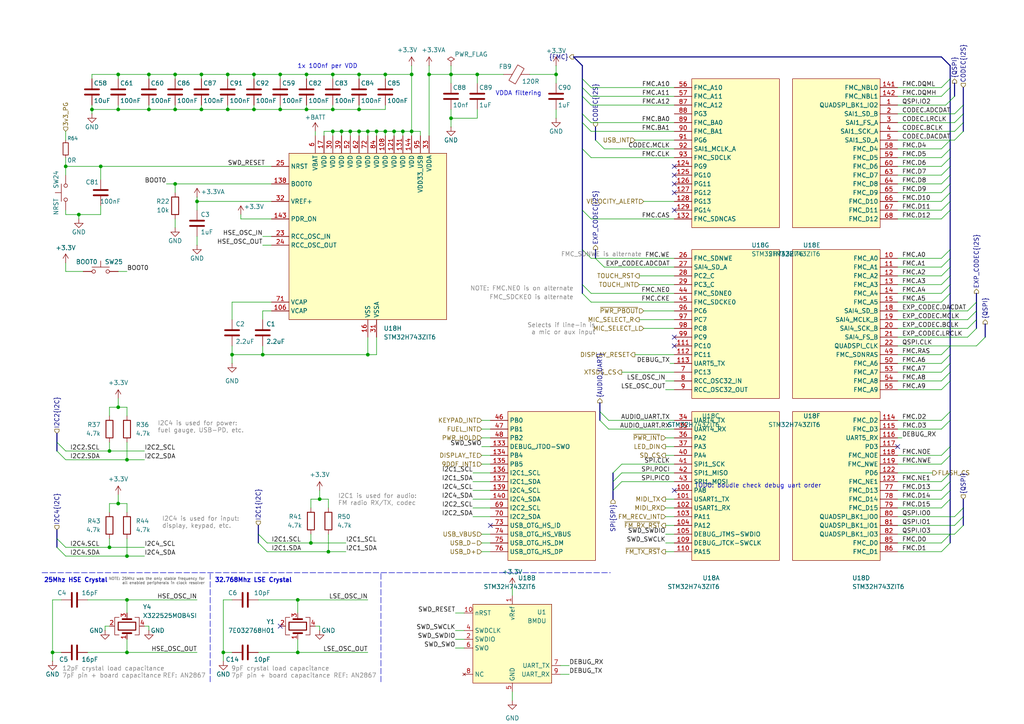
<source format=kicad_sch>
(kicad_sch (version 20250114) (generator "eeschema") (generator_version "9.0")
  (paper "A4")
  (lib_symbols
    (symbol "Device:C" (pin_numbers (hide yes)) (pin_names (offset 0.254))
      (property "Reference" "C" (at 0.635 2.54 0))
      (property "Value" "C" (at 0.635 -2.54 0))
      (symbol "C_1_1"
        (pin passive line (at 0 3.81 270) (length 2.794) (name "~") (number "1"))
        (pin passive line (at 0 -3.81 90) (length 2.794) (name "~") (number "2"))
      )
    )
    (symbol "Device:Crystal_GND24" (pin_names (offset 1.016) (hide yes))
      (property "Reference" "Y" (at 3.175 5.08 0))
      (property "Value" "Crystal_GND24" (at 3.175 3.175 0))
      (symbol "Crystal_GND24_1_1"
        (pin passive line (at -3.81 0 0) (length 1.27) (name "1") (number "1"))
        (pin passive line (at 0 5.08 270) (length 1.27) (name "2") (number "2"))
        (pin passive line (at 0 -5.08 90) (length 1.27) (name "4") (number "4"))
        (pin passive line (at 3.81 0 180) (length 1.27) (name "3") (number "3"))
      )
    )
    (symbol "Device:FerriteBead" (pin_numbers (hide yes)) (pin_names (offset 0))
      (property "Reference" "FB" (at -3.81 0.635 90))
      (property "Value" "FerriteBead" (at 3.81 0 90))
      (symbol "FerriteBead_1_1"
        (pin passive line (at 0 3.81 270) (length 2.54) (name "~") (number "1"))
        (pin passive line (at 0 -3.81 90) (length 2.54) (name "~") (number "2"))
      )
    )
    (symbol "Device:R" (pin_numbers (hide yes)) (pin_names (offset 0))
      (property "Reference" "R" (at 2.032 0 90))
      (property "Value" "R" (at 0 0 90))
      (symbol "R_1_1"
        (pin passive line (at 0 3.81 270) (length 1.27) (name "~") (number "1"))
        (pin passive line (at 0 -3.81 90) (length 1.27) (name "~") (number "2"))
      )
    )
    (symbol "Device:R_Small" (pin_numbers (hide yes)) (pin_names (offset 0.254) (hide yes))
      (property "Reference" "R" (at 0 0 90))
      (property "Value" "R_Small" (at 1.778 0 90))
      (symbol "R_Small_1_1"
        (pin passive line (at 0 2.54 270) (length 0.762) (name "~") (number "1"))
        (pin passive line (at 0 -2.54 90) (length 0.762) (name "~") (number "2"))
      )
    )
    (symbol "STM32H743ZITx_1"
      (property "Reference" "U18" (at 4.572 -26.67 0))
      (property "Value" "STM32H743ZIT6" (at 4.572 -29.21 0))
      (symbol "STM32H743ZITx_1_1_1"
        (pin bidirectional line (at 17.78 19.05 180) (length 5.08) (name "PA0") (number "34") (alternate "UART4_TX" bidirectional line))
        (pin bidirectional line (at 17.78 16.51 180) (length 5.08) (name "PA1") (number "35") (alternate "QUADSPI_BK1_IO3" bidirectional line) (alternate "UART4_RX" bidirectional line))
        (pin bidirectional line (at 17.78 13.97 180) (length 5.08) (name "PA2") (number "36"))
        (pin bidirectional line (at 17.78 11.43 180) (length 5.08) (name "PA3") (number "37"))
        (pin bidirectional line (at 17.78 8.89 180) (length 5.08) (name "PA4") (number "40"))
        (pin bidirectional line (at 17.78 6.35 180) (length 5.08) (name "PA5") (number "41") (alternate "SPI1_SCK" bidirectional line))
        (pin bidirectional line (at 17.78 3.81 180) (length 5.08) (name "PA6") (number "42") (alternate "SPI1_MISO" bidirectional line))
        (pin bidirectional line (at 17.78 1.27 180) (length 5.08) (name "PA7") (number "43") (alternate "FMC_SDNWE" bidirectional line) (alternate "SPI1_MOSI" bidirectional line))
        (pin bidirectional line (at 17.78 -1.27 180) (length 5.08) (name "PA8") (number "100"))
        (pin bidirectional line (at 17.78 -3.81 180) (length 5.08) (name "PA9") (number "101") (alternate "USART1_TX" bidirectional line))
        (pin bidirectional line (at 17.78 -6.35 180) (length 5.08) (name "PA10") (number "102") (alternate "USART1_RX" bidirectional line))
        (pin bidirectional line (at 17.78 -8.89 180) (length 5.08) (name "PA11") (number "103") (alternate "UART4_RX" bidirectional line))
        (pin bidirectional line (at 17.78 -11.43 180) (length 5.08) (name "PA12") (number "104") (alternate "UART4_TX" bidirectional line))
        (pin bidirectional line (at 17.78 -13.97 180) (length 5.08) (name "PA13") (number "105") (alternate "DEBUG_JTMS-SWDIO" bidirectional line))
        (pin bidirectional line (at 17.78 -16.51 180) (length 5.08) (name "PA14") (number "109") (alternate "DEBUG_JTCK-SWCLK" bidirectional line))
        (pin bidirectional line (at 17.78 -19.05 180) (length 5.08) (name "PA15") (number "110"))
      )
      (symbol "STM32H743ZITx_1_2_1"
        (pin bidirectional line (at 17.78 19.05 180) (length 5.08) (name "PB0") (number "46"))
        (pin bidirectional line (at 17.78 16.51 180) (length 5.08) (name "PB1") (number "47"))
        (pin bidirectional line (at 17.78 13.97 180) (length 5.08) (name "PB2") (number "48") (alternate "QUADSPI_CLK" bidirectional line) (alternate "SAI1_SD_A" bidirectional line) (alternate "SAI4_SD_A" bidirectional line))
        (pin bidirectional line (at 17.78 11.43 180) (length 5.08) (name "PB3") (number "133") (alternate "DEBUG_JTDO-SWO" bidirectional line) (alternate "SPI1_SCK" bidirectional line))
        (pin bidirectional line (at 17.78 8.89 180) (length 5.08) (name "PB4") (number "134") (alternate "SPI1_MISO" bidirectional line))
        (pin bidirectional line (at 17.78 6.35 180) (length 5.08) (name "PB5") (number "135") (alternate "SPI1_MOSI" bidirectional line) (alternate "UART5_RX" bidirectional line))
        (pin bidirectional line (at 17.78 3.81 180) (length 5.08) (name "PB6") (number "136") (alternate "I2C1_SCL" bidirectional line) (alternate "I2C4_SCL" bidirectional line) (alternate "UART5_TX" bidirectional line) (alternate "USART1_TX" bidirectional line))
        (pin bidirectional line (at 17.78 1.27 180) (length 5.08) (name "PB7") (number "137") (alternate "I2C1_SDA" bidirectional line) (alternate "I2C4_SDA" bidirectional line) (alternate "USART1_RX" bidirectional line))
        (pin bidirectional line (at 17.78 -1.27 180) (length 5.08) (name "PB8") (number "139") (alternate "I2C1_SCL" bidirectional line) (alternate "I2C4_SCL" bidirectional line) (alternate "UART4_RX" bidirectional line))
        (pin bidirectional line (at 17.78 -3.81 180) (length 5.08) (name "PB9") (number "140") (alternate "I2C1_SDA" bidirectional line) (alternate "I2C4_SDA" bidirectional line) (alternate "UART4_TX" bidirectional line))
        (pin bidirectional line (at 17.78 -6.35 180) (length 5.08) (name "PB10") (number "69") (alternate "I2C2_SCL" bidirectional line))
        (pin bidirectional line (at 17.78 -8.89 180) (length 5.08) (name "PB11") (number "70") (alternate "I2C2_SDA" bidirectional line))
        (pin bidirectional line (at 17.78 -11.43 180) (length 5.08) (name "PB12") (number "73") (alternate "UART5_RX" bidirectional line) (alternate "USB_OTG_HS_ID" bidirectional line))
        (pin bidirectional line (at 17.78 -13.97 180) (length 5.08) (name "PB13") (number "74") (alternate "UART5_TX" bidirectional line) (alternate "USB_OTG_HS_VBUS" bidirectional line))
        (pin bidirectional line (at 17.78 -16.51 180) (length 5.08) (name "PB14") (number "75") (alternate "USART1_TX" bidirectional line) (alternate "USB_OTG_HS_DM" bidirectional line))
        (pin bidirectional line (at 17.78 -19.05 180) (length 5.08) (name "PB15") (number "76") (alternate "USART1_RX" bidirectional line) (alternate "USB_OTG_HS_DP" bidirectional line))
      )
      (symbol "STM32H743ZITx_1_3_1"
        (pin bidirectional line (at 17.78 19.05 180) (length 5.08) (name "PC0") (number "26") (alternate "FMC_SDNWE" bidirectional line))
        (pin bidirectional line (at 17.78 16.51 180) (length 5.08) (name "PC1") (number "27") (alternate "SAI1_SD_A" bidirectional line) (alternate "SAI4_SD_A" bidirectional line))
        (pin bidirectional line (at 17.78 13.97 180) (length 5.08) (name "PC2_C") (number "28") (alternate "FMC_SDNE0" bidirectional line))
        (pin bidirectional line (at 17.78 11.43 180) (length 5.08) (name "PC3_C") (number "29") (alternate "FMC_SDCKE0" bidirectional line))
        (pin bidirectional line (at 17.78 8.89 180) (length 5.08) (name "PC4") (number "44") (alternate "FMC_SDNE0" bidirectional line))
        (pin bidirectional line (at 17.78 6.35 180) (length 5.08) (name "PC5") (number "45") (alternate "FMC_SDCKE0" bidirectional line))
        (pin bidirectional line (at 17.78 3.81 180) (length 5.08) (name "PC6") (number "96") (alternate "" input line))
        (pin bidirectional line (at 17.78 1.27 180) (length 5.08) (name "PC7") (number "97") (alternate "" input line) (alternate "FMC_NE1" bidirectional line))
        (pin bidirectional line (at 17.78 -1.27 180) (length 5.08) (name "PC8") (number "98"))
        (pin bidirectional line (at 17.78 -3.81 180) (length 5.08) (name "PC9") (number "99") (alternate "QUADSPI_BK1_IO0" bidirectional line))
        (pin bidirectional line (at 17.78 -6.35 180) (length 5.08) (name "PC10") (number "111") (alternate "" input line) (alternate "QUADSPI_BK1_IO1" bidirectional line) (alternate "UART4_TX" bidirectional line))
        (pin bidirectional line (at 17.78 -8.89 180) (length 5.08) (name "PC11") (number "112") (alternate "" input line) (alternate "UART4_RX" bidirectional line))
        (pin bidirectional line (at 17.78 -11.43 180) (length 5.08) (name "PC12") (number "113") (alternate "UART5_TX" bidirectional line))
        (pin bidirectional line (at 17.78 -13.97 180) (length 5.08) (name "PC13") (number "7"))
        (pin bidirectional line (at 17.78 -16.51 180) (length 5.08) (name "PC14") (number "8") (alternate "RCC_OSC32_IN" bidirectional line))
        (pin bidirectional line (at 17.78 -19.05 180) (length 5.08) (name "PC15") (number "9") (alternate "RCC_OSC32_OUT" bidirectional line))
      )
      (symbol "STM32H743ZITx_1_4_1"
        (pin bidirectional line (at 17.78 19.05 180) (length 5.08) (name "PD0") (number "114") (alternate "FMC_D2" bidirectional line) (alternate "UART4_RX" bidirectional line))
        (pin bidirectional line (at 17.78 16.51 180) (length 5.08) (name "PD1") (number "115") (alternate "FMC_D3" bidirectional line) (alternate "UART4_TX" bidirectional line))
        (pin bidirectional line (at 17.78 13.97 180) (length 5.08) (name "PD2") (number "116") (alternate "UART5_RX" bidirectional line))
        (pin bidirectional line (at 17.78 11.43 180) (length 5.08) (name "PD3") (number "117"))
        (pin bidirectional line (at 17.78 8.89 180) (length 5.08) (name "PD4") (number "118") (alternate "FMC_NOE" bidirectional line))
        (pin bidirectional line (at 17.78 6.35 180) (length 5.08) (name "PD5") (number "119") (alternate "FMC_NWE" bidirectional line))
        (pin bidirectional line (at 17.78 3.81 180) (length 5.08) (name "PD6") (number "122") (alternate "SAI1_SD_A" bidirectional line) (alternate "SAI4_SD_A" bidirectional line))
        (pin bidirectional line (at 17.78 1.27 180) (length 5.08) (name "PD7") (number "123") (alternate "FMC_NE1" bidirectional line) (alternate "SPI1_MOSI" bidirectional line))
        (pin bidirectional line (at 17.78 -1.27 180) (length 5.08) (name "PD8") (number "77") (alternate "FMC_D13" bidirectional line))
        (pin bidirectional line (at 17.78 -3.81 180) (length 5.08) (name "PD9") (number "78") (alternate "FMC_D14" bidirectional line))
        (pin bidirectional line (at 17.78 -6.35 180) (length 5.08) (name "PD10") (number "79") (alternate "FMC_D15" bidirectional line))
        (pin bidirectional line (at 17.78 -8.89 180) (length 5.08) (name "PD11") (number "80") (alternate "QUADSPI_BK1_IO0" bidirectional line))
        (pin bidirectional line (at 17.78 -11.43 180) (length 5.08) (name "PD12") (number "81") (alternate "I2C4_SCL" bidirectional line) (alternate "QUADSPI_BK1_IO1" bidirectional line))
        (pin bidirectional line (at 17.78 -13.97 180) (length 5.08) (name "PD13") (number "82") (alternate "I2C4_SDA" bidirectional line) (alternate "QUADSPI_BK1_IO3" bidirectional line))
        (pin bidirectional line (at 17.78 -16.51 180) (length 5.08) (name "PD14") (number "85") (alternate "FMC_D0" bidirectional line))
        (pin bidirectional line (at 17.78 -19.05 180) (length 5.08) (name "PD15") (number "86") (alternate "FMC_D1" bidirectional line))
      )
      (symbol "STM32H743ZITx_1_5_1"
        (pin bidirectional line (at -17.78 19.05 0) (length 5.08) (name "PE0") (number "141") (alternate "FMC_NBL0" bidirectional line))
        (pin bidirectional line (at -17.78 16.51 0) (length 5.08) (name "PE1") (number "142") (alternate "FMC_NBL1" bidirectional line))
        (pin bidirectional line (at -17.78 13.97 0) (length 5.08) (name "PE2") (number "1") (alternate "QUADSPI_BK1_IO2" bidirectional line) (alternate "SAI1_MCLK_A" bidirectional line))
        (pin bidirectional line (at -17.78 11.43 0) (length 5.08) (name "PE3") (number "2") (alternate "SAI1_SD_B" bidirectional line) (alternate "SAI4_SD_B" bidirectional line))
        (pin bidirectional line (at -17.78 8.89 0) (length 5.08) (name "PE4") (number "3") (alternate "SAI1_FS_A" bidirectional line))
        (pin bidirectional line (at -17.78 6.35 0) (length 5.08) (name "PE5") (number "4") (alternate "SAI1_SCK_A" bidirectional line))
        (pin bidirectional line (at -17.78 3.81 0) (length 5.08) (name "PE6") (number "5") (alternate "SAI1_SD_A" bidirectional line) (alternate "SAI4_SD_A" bidirectional line))
        (pin bidirectional line (at -17.78 1.27 0) (length 5.08) (name "PE7") (number "58") (alternate "FMC_D4" bidirectional line))
        (pin bidirectional line (at -17.78 -1.27 0) (length 5.08) (name "PE8") (number "59") (alternate "FMC_D5" bidirectional line))
        (pin bidirectional line (at -17.78 -3.81 0) (length 5.08) (name "PE9") (number "60") (alternate "FMC_D6" bidirectional line))
        (pin bidirectional line (at -17.78 -6.35 0) (length 5.08) (name "PE10") (number "63") (alternate "FMC_D7" bidirectional line))
        (pin bidirectional line (at -17.78 -8.89 0) (length 5.08) (name "PE11") (number "64") (alternate "FMC_D8" bidirectional line))
        (pin bidirectional line (at -17.78 -11.43 0) (length 5.08) (name "PE12") (number "65") (alternate "FMC_D9" bidirectional line))
        (pin bidirectional line (at -17.78 -13.97 0) (length 5.08) (name "PE13") (number "66") (alternate "FMC_D10" bidirectional line))
        (pin bidirectional line (at -17.78 -16.51 0) (length 5.08) (name "PE14") (number "67") (alternate "FMC_D11" bidirectional line))
        (pin bidirectional line (at -17.78 -19.05 0) (length 5.08) (name "PE15") (number "68") (alternate "FMC_D12" bidirectional line))
      )
      (symbol "STM32H743ZITx_1_6_1"
        (pin bidirectional line (at -17.78 19.05 0) (length 5.08) (name "PF0") (number "10") (alternate "FMC_A0" bidirectional line) (alternate "I2C2_SDA" bidirectional line))
        (pin bidirectional line (at -17.78 16.51 0) (length 5.08) (name "PF1") (number "11") (alternate "FMC_A1" bidirectional line) (alternate "I2C2_SCL" bidirectional line))
        (pin bidirectional line (at -17.78 13.97 0) (length 5.08) (name "PF2") (number "12") (alternate "FMC_A2" bidirectional line))
        (pin bidirectional line (at -17.78 11.43 0) (length 5.08) (name "PF3") (number "13") (alternate "FMC_A3" bidirectional line))
        (pin bidirectional line (at -17.78 8.89 0) (length 5.08) (name "PF4") (number "14") (alternate "FMC_A4" bidirectional line))
        (pin bidirectional line (at -17.78 6.35 0) (length 5.08) (name "PF5") (number "15") (alternate "FMC_A5" bidirectional line))
        (pin bidirectional line (at -17.78 3.81 0) (length 5.08) (name "PF6") (number "18") (alternate "QUADSPI_BK1_IO3" bidirectional line) (alternate "SAI1_SD_B" bidirectional line) (alternate "SAI4_SD_B" bidirectional line))
        (pin bidirectional line (at -17.78 1.27 0) (length 5.08) (name "PF7") (number "19") (alternate "QUADSPI_BK1_IO2" bidirectional line) (alternate "SAI4_MCLK_B" bidirectional line))
        (pin bidirectional line (at -17.78 -1.27 0) (length 5.08) (name "PF8") (number "20") (alternate "QUADSPI_BK1_IO0" bidirectional line) (alternate "SAI4_SCK_B" bidirectional line))
        (pin bidirectional line (at -17.78 -3.81 0) (length 5.08) (name "PF9") (number "21") (alternate "QUADSPI_BK1_IO1" bidirectional line) (alternate "SAI4_FS_B" bidirectional line))
        (pin bidirectional line (at -17.78 -6.35 0) (length 5.08) (name "PF10") (number "22") (alternate "QUADSPI_CLK" bidirectional line))
        (pin bidirectional line (at -17.78 -8.89 0) (length 5.08) (name "PF11") (number "49") (alternate "FMC_SDNRAS" bidirectional line))
        (pin bidirectional line (at -17.78 -11.43 0) (length 5.08) (name "PF12") (number "50") (alternate "FMC_A6" bidirectional line))
        (pin bidirectional line (at -17.78 -13.97 0) (length 5.08) (name "PF13") (number "53") (alternate "FMC_A7" bidirectional line))
        (pin bidirectional line (at -17.78 -16.51 0) (length 5.08) (name "PF14") (number "54") (alternate "FMC_A8" bidirectional line) (alternate "I2C4_SCL" bidirectional line))
        (pin bidirectional line (at -17.78 -19.05 0) (length 5.08) (name "PF15") (number "55") (alternate "FMC_A9" bidirectional line) (alternate "I2C4_SDA" bidirectional line))
      )
      (symbol "STM32H743ZITx_1_7_1"
        (pin bidirectional line (at -17.78 19.05 0) (length 5.08) (name "PG0") (number "56") (alternate "FMC_A10" bidirectional line))
        (pin bidirectional line (at -17.78 16.51 0) (length 5.08) (name "PG1") (number "57") (alternate "FMC_A11" bidirectional line))
        (pin bidirectional line (at -17.78 13.97 0) (length 5.08) (name "PG2") (number "87") (alternate "FMC_A12" bidirectional line))
        (pin bidirectional line (at -17.78 11.43 0) (length 5.08) (name "PG3") (number "88"))
        (pin bidirectional line (at -17.78 8.89 0) (length 5.08) (name "PG4") (number "89") (alternate "FMC_BA0" bidirectional line))
        (pin bidirectional line (at -17.78 6.35 0) (length 5.08) (name "PG5") (number "90") (alternate "FMC_BA1" bidirectional line))
        (pin bidirectional line (at -17.78 3.81 0) (length 5.08) (name "PG6") (number "91"))
        (pin bidirectional line (at -17.78 1.27 0) (length 5.08) (name "PG7") (number "92") (alternate "SAI1_MCLK_A" bidirectional line))
        (pin bidirectional line (at -17.78 -1.27 0) (length 5.08) (name "PG8") (number "93") (alternate "FMC_SDCLK" bidirectional line))
        (pin bidirectional line (at -17.78 -3.81 0) (length 5.08) (name "PG9") (number "124") (alternate "SPI1_MISO" bidirectional line))
        (pin bidirectional line (at -17.78 -6.35 0) (length 5.08) (name "PG10") (number "125"))
        (pin bidirectional line (at -17.78 -8.89 0) (length 5.08) (name "PG11") (number "126") (alternate "SPI1_SCK" bidirectional line))
        (pin bidirectional line (at -17.78 -11.43 0) (length 5.08) (name "PG12") (number "127"))
        (pin bidirectional line (at -17.78 -13.97 0) (length 5.08) (name "PG13") (number "128"))
        (pin bidirectional line (at -17.78 -16.51 0) (length 5.08) (name "PG14") (number "129"))
        (pin bidirectional line (at -17.78 -19.05 0) (length 5.08) (name "PG15") (number "132") (alternate "FMC_SDNCAS" bidirectional line))
      )
      (symbol "STM32H743ZITx_1_8_1"
        (pin input line (at -27.94 20.32 0) (length 5.08) (name "NRST") (number "25"))
        (pin input line (at -27.94 15.24 0) (length 5.08) (name "BOOT0") (number "138"))
        (pin input line (at -27.94 10.16 0) (length 5.08) (name "VREF+") (number "32"))
        (pin input line (at -27.94 5.08 0) (length 5.08) (name "PDR_ON") (number "143"))
        (pin bidirectional line (at -27.94 0 0) (length 5.08) (name "PH0") (number "23") (alternate "RCC_OSC_IN" bidirectional line))
        (pin bidirectional line (at -27.94 -2.54 0) (length 5.08) (name "PH1") (number "24") (alternate "RCC_OSC_OUT" bidirectional line))
        (pin power_out line (at -27.94 -19.05 0) (length 5.08) (name "VCAP") (number "71"))
        (pin power_out line (at -27.94 -21.59 0) (length 5.08) (name "VCAP") (number "106"))
        (pin power_in line (at -15.24 29.21 270) (length 5.08) (name "VBAT") (number "6"))
        (pin power_in line (at -12.7 29.21 270) (length 5.08) (name "VDD") (number "17"))
        (pin power_in line (at -10.16 29.21 270) (length 5.08) (name "VDD") (number "30"))
        (pin power_in line (at -7.62 29.21 270) (length 5.08) (name "VDD") (number "39"))
        (pin power_in line (at -5.08 29.21 270) (length 5.08) (name "VDD") (number "52"))
        (pin power_in line (at -2.54 29.21 270) (length 5.08) (name "VDD") (number "62"))
        (pin power_in line (at 0 29.21 270) (length 5.08) (name "VDD") (number "72"))
        (pin passive line (at 0 -29.21 90) (length 5.08) (hide yes) (name "VSS") (number "107"))
        (pin passive line (at 0 -29.21 90) (length 5.08) (hide yes) (name "VSS") (number "120"))
        (pin passive line (at 0 -29.21 90) (length 5.08) (hide yes) (name "VSS") (number "130"))
        (pin power_in line (at 0 -29.21 90) (length 5.08) (name "VSS") (number "16"))
        (pin passive line (at 0 -29.21 90) (length 5.08) (hide yes) (name "VSS") (number "38"))
        (pin passive line (at 0 -29.21 90) (length 5.08) (hide yes) (name "VSS") (number "51"))
        (pin passive line (at 0 -29.21 90) (length 5.08) (hide yes) (name "VSS") (number "61"))
        (pin passive line (at 0 -29.21 90) (length 5.08) (hide yes) (name "VSS") (number "83"))
        (pin passive line (at 0 -29.21 90) (length 5.08) (hide yes) (name "VSS") (number "94"))
        (pin power_in line (at 2.54 29.21 270) (length 5.08) (name "VDD") (number "84"))
        (pin power_in line (at 2.54 -29.21 90) (length 5.08) (name "VSSA") (number "31"))
        (pin power_in line (at 5.08 29.21 270) (length 5.08) (name "VDD") (number "108"))
        (pin power_in line (at 7.62 29.21 270) (length 5.08) (name "VDD") (number "121"))
        (pin power_in line (at 10.16 29.21 270) (length 5.08) (name "VDD") (number "131"))
        (pin power_in line (at 12.7 29.21 270) (length 5.08) (name "VDD") (number "144"))
        (pin power_in line (at 15.24 29.21 270) (length 5.08) (name "VDD33_USB") (number "95"))
        (pin power_in line (at 17.78 29.21 270) (length 5.08) (name "VDDA") (number "33"))
      )
    )
    (symbol "STM32H743ZITx_2"
      (property "Reference" "U18" (at 4.572 -26.67 0))
      (property "Value" "STM32H743ZIT6" (at 4.572 -29.21 0))
      (symbol "STM32H743ZITx_2_1_1"
        (pin bidirectional line (at 17.78 19.05 180) (length 5.08) (name "PA0") (number "34") (alternate "UART4_TX" bidirectional line))
        (pin bidirectional line (at 17.78 16.51 180) (length 5.08) (name "PA1") (number "35") (alternate "QUADSPI_BK1_IO3" bidirectional line) (alternate "UART4_RX" bidirectional line))
        (pin bidirectional line (at 17.78 13.97 180) (length 5.08) (name "PA2") (number "36"))
        (pin bidirectional line (at 17.78 11.43 180) (length 5.08) (name "PA3") (number "37"))
        (pin bidirectional line (at 17.78 8.89 180) (length 5.08) (name "PA4") (number "40"))
        (pin bidirectional line (at 17.78 6.35 180) (length 5.08) (name "PA5") (number "41") (alternate "SPI1_SCK" bidirectional line))
        (pin bidirectional line (at 17.78 3.81 180) (length 5.08) (name "PA6") (number "42") (alternate "SPI1_MISO" bidirectional line))
        (pin bidirectional line (at 17.78 1.27 180) (length 5.08) (name "PA7") (number "43") (alternate "FMC_SDNWE" bidirectional line) (alternate "SPI1_MOSI" bidirectional line))
        (pin bidirectional line (at 17.78 -1.27 180) (length 5.08) (name "PA8") (number "100"))
        (pin bidirectional line (at 17.78 -3.81 180) (length 5.08) (name "PA9") (number "101") (alternate "USART1_TX" bidirectional line))
        (pin bidirectional line (at 17.78 -6.35 180) (length 5.08) (name "PA10") (number "102") (alternate "USART1_RX" bidirectional line))
        (pin bidirectional line (at 17.78 -8.89 180) (length 5.08) (name "PA11") (number "103") (alternate "UART4_RX" bidirectional line))
        (pin bidirectional line (at 17.78 -11.43 180) (length 5.08) (name "PA12") (number "104") (alternate "UART4_TX" bidirectional line))
        (pin bidirectional line (at 17.78 -13.97 180) (length 5.08) (name "PA13") (number "105") (alternate "DEBUG_JTMS-SWDIO" bidirectional line))
        (pin bidirectional line (at 17.78 -16.51 180) (length 5.08) (name "PA14") (number "109") (alternate "DEBUG_JTCK-SWCLK" bidirectional line))
        (pin bidirectional line (at 17.78 -19.05 180) (length 5.08) (name "PA15") (number "110"))
      )
      (symbol "STM32H743ZITx_2_2_1"
        (pin bidirectional line (at 17.78 19.05 180) (length 5.08) (name "PB0") (number "46"))
        (pin bidirectional line (at 17.78 16.51 180) (length 5.08) (name "PB1") (number "47"))
        (pin bidirectional line (at 17.78 13.97 180) (length 5.08) (name "PB2") (number "48") (alternate "QUADSPI_CLK" bidirectional line) (alternate "SAI1_SD_A" bidirectional line) (alternate "SAI4_SD_A" bidirectional line))
        (pin bidirectional line (at 17.78 11.43 180) (length 5.08) (name "PB3") (number "133") (alternate "DEBUG_JTDO-SWO" bidirectional line) (alternate "SPI1_SCK" bidirectional line))
        (pin bidirectional line (at 17.78 8.89 180) (length 5.08) (name "PB4") (number "134") (alternate "SPI1_MISO" bidirectional line))
        (pin bidirectional line (at 17.78 6.35 180) (length 5.08) (name "PB5") (number "135") (alternate "SPI1_MOSI" bidirectional line) (alternate "UART5_RX" bidirectional line))
        (pin bidirectional line (at 17.78 3.81 180) (length 5.08) (name "PB6") (number "136") (alternate "I2C1_SCL" bidirectional line) (alternate "I2C4_SCL" bidirectional line) (alternate "UART5_TX" bidirectional line) (alternate "USART1_TX" bidirectional line))
        (pin bidirectional line (at 17.78 1.27 180) (length 5.08) (name "PB7") (number "137") (alternate "I2C1_SDA" bidirectional line) (alternate "I2C4_SDA" bidirectional line) (alternate "USART1_RX" bidirectional line))
        (pin bidirectional line (at 17.78 -1.27 180) (length 5.08) (name "PB8") (number "139") (alternate "I2C1_SCL" bidirectional line) (alternate "I2C4_SCL" bidirectional line) (alternate "UART4_RX" bidirectional line))
        (pin bidirectional line (at 17.78 -3.81 180) (length 5.08) (name "PB9") (number "140") (alternate "I2C1_SDA" bidirectional line) (alternate "I2C4_SDA" bidirectional line) (alternate "UART4_TX" bidirectional line))
        (pin bidirectional line (at 17.78 -6.35 180) (length 5.08) (name "PB10") (number "69") (alternate "I2C2_SCL" bidirectional line))
        (pin bidirectional line (at 17.78 -8.89 180) (length 5.08) (name "PB11") (number "70") (alternate "I2C2_SDA" bidirectional line))
        (pin bidirectional line (at 17.78 -11.43 180) (length 5.08) (name "PB12") (number "73") (alternate "UART5_RX" bidirectional line) (alternate "USB_OTG_HS_ID" bidirectional line))
        (pin bidirectional line (at 17.78 -13.97 180) (length 5.08) (name "PB13") (number "74") (alternate "UART5_TX" bidirectional line) (alternate "USB_OTG_HS_VBUS" bidirectional line))
        (pin bidirectional line (at 17.78 -16.51 180) (length 5.08) (name "PB14") (number "75") (alternate "USART1_TX" bidirectional line) (alternate "USB_OTG_HS_DM" bidirectional line))
        (pin bidirectional line (at 17.78 -19.05 180) (length 5.08) (name "PB15") (number "76") (alternate "USART1_RX" bidirectional line) (alternate "USB_OTG_HS_DP" bidirectional line))
      )
      (symbol "STM32H743ZITx_2_3_1"
        (pin bidirectional line (at 17.78 19.05 180) (length 5.08) (name "PC0") (number "26") (alternate "FMC_SDNWE" bidirectional line))
        (pin bidirectional line (at 17.78 16.51 180) (length 5.08) (name "PC1") (number "27") (alternate "SAI1_SD_A" bidirectional line) (alternate "SAI4_SD_A" bidirectional line))
        (pin bidirectional line (at 17.78 13.97 180) (length 5.08) (name "PC2_C") (number "28") (alternate "FMC_SDNE0" bidirectional line))
        (pin bidirectional line (at 17.78 11.43 180) (length 5.08) (name "PC3_C") (number "29") (alternate "FMC_SDCKE0" bidirectional line))
        (pin bidirectional line (at 17.78 8.89 180) (length 5.08) (name "PC4") (number "44") (alternate "FMC_SDNE0" bidirectional line))
        (pin bidirectional line (at 17.78 6.35 180) (length 5.08) (name "PC5") (number "45") (alternate "FMC_SDCKE0" bidirectional line))
        (pin bidirectional line (at 17.78 3.81 180) (length 5.08) (name "PC6") (number "96"))
        (pin bidirectional line (at 17.78 1.27 180) (length 5.08) (name "PC7") (number "97") (alternate "FMC_NE1" bidirectional line))
        (pin bidirectional line (at 17.78 -1.27 180) (length 5.08) (name "PC8") (number "98"))
        (pin bidirectional line (at 17.78 -3.81 180) (length 5.08) (name "PC9") (number "99") (alternate "QUADSPI_BK1_IO0" bidirectional line))
        (pin bidirectional line (at 17.78 -6.35 180) (length 5.08) (name "PC10") (number "111") (alternate "QUADSPI_BK1_IO1" bidirectional line) (alternate "UART4_TX" bidirectional line))
        (pin bidirectional line (at 17.78 -8.89 180) (length 5.08) (name "PC11") (number "112") (alternate "UART4_RX" bidirectional line))
        (pin bidirectional line (at 17.78 -11.43 180) (length 5.08) (name "PC12") (number "113") (alternate "UART5_TX" bidirectional line))
        (pin bidirectional line (at 17.78 -13.97 180) (length 5.08) (name "PC13") (number "7"))
        (pin bidirectional line (at 17.78 -16.51 180) (length 5.08) (name "PC14") (number "8") (alternate "RCC_OSC32_IN" bidirectional line))
        (pin bidirectional line (at 17.78 -19.05 180) (length 5.08) (name "PC15") (number "9") (alternate "RCC_OSC32_OUT" bidirectional line))
      )
      (symbol "STM32H743ZITx_2_4_1"
        (pin bidirectional line (at 17.78 19.05 180) (length 5.08) (name "PD0") (number "114") (alternate "FMC_D2" bidirectional line) (alternate "UART4_RX" bidirectional line))
        (pin bidirectional line (at 17.78 16.51 180) (length 5.08) (name "PD1") (number "115") (alternate "FMC_D3" bidirectional line) (alternate "UART4_TX" bidirectional line))
        (pin bidirectional line (at 17.78 13.97 180) (length 5.08) (name "PD2") (number "116") (alternate "UART5_RX" bidirectional line))
        (pin bidirectional line (at 17.78 11.43 180) (length 5.08) (name "PD3") (number "117"))
        (pin bidirectional line (at 17.78 8.89 180) (length 5.08) (name "PD4") (number "118") (alternate "FMC_NOE" bidirectional line))
        (pin bidirectional line (at 17.78 6.35 180) (length 5.08) (name "PD5") (number "119") (alternate "FMC_NWE" bidirectional line))
        (pin bidirectional line (at 17.78 3.81 180) (length 5.08) (name "PD6") (number "122") (alternate "SAI1_SD_A" bidirectional line) (alternate "SAI4_SD_A" bidirectional line))
        (pin bidirectional line (at 17.78 1.27 180) (length 5.08) (name "PD7") (number "123") (alternate "FMC_NE1" bidirectional line) (alternate "SPI1_MOSI" bidirectional line))
        (pin bidirectional line (at 17.78 -1.27 180) (length 5.08) (name "PD8") (number "77") (alternate "FMC_D13" bidirectional line))
        (pin bidirectional line (at 17.78 -3.81 180) (length 5.08) (name "PD9") (number "78") (alternate "FMC_D14" bidirectional line))
        (pin bidirectional line (at 17.78 -6.35 180) (length 5.08) (name "PD10") (number "79") (alternate "FMC_D15" bidirectional line))
        (pin bidirectional line (at 17.78 -8.89 180) (length 5.08) (name "PD11") (number "80") (alternate "QUADSPI_BK1_IO0" bidirectional line))
        (pin bidirectional line (at 17.78 -11.43 180) (length 5.08) (name "PD12") (number "81") (alternate "I2C4_SCL" bidirectional line) (alternate "QUADSPI_BK1_IO1" bidirectional line))
        (pin bidirectional line (at 17.78 -13.97 180) (length 5.08) (name "PD13") (number "82") (alternate "I2C4_SDA" bidirectional line) (alternate "QUADSPI_BK1_IO3" bidirectional line))
        (pin bidirectional line (at 17.78 -16.51 180) (length 5.08) (name "PD14") (number "85") (alternate "FMC_D0" bidirectional line))
        (pin bidirectional line (at 17.78 -19.05 180) (length 5.08) (name "PD15") (number "86") (alternate "FMC_D1" bidirectional line))
      )
      (symbol "STM32H743ZITx_2_5_1"
        (pin bidirectional line (at -17.78 19.05 0) (length 5.08) (name "PE0") (number "141") (alternate "FMC_NBL0" bidirectional line))
        (pin bidirectional line (at -17.78 16.51 0) (length 5.08) (name "PE1") (number "142") (alternate "FMC_NBL1" bidirectional line))
        (pin bidirectional line (at -17.78 13.97 0) (length 5.08) (name "PE2") (number "1") (alternate "QUADSPI_BK1_IO2" bidirectional line) (alternate "SAI1_MCLK_A" bidirectional line))
        (pin bidirectional line (at -17.78 11.43 0) (length 5.08) (name "PE3") (number "2") (alternate "SAI1_SD_B" bidirectional line) (alternate "SAI4_SD_B" bidirectional line))
        (pin bidirectional line (at -17.78 8.89 0) (length 5.08) (name "PE4") (number "3") (alternate "SAI1_FS_A" bidirectional line))
        (pin bidirectional line (at -17.78 6.35 0) (length 5.08) (name "PE5") (number "4") (alternate "SAI1_SCK_A" bidirectional line))
        (pin bidirectional line (at -17.78 3.81 0) (length 5.08) (name "PE6") (number "5") (alternate "SAI1_SD_A" bidirectional line) (alternate "SAI4_SD_A" bidirectional line))
        (pin bidirectional line (at -17.78 1.27 0) (length 5.08) (name "PE7") (number "58") (alternate "FMC_D4" bidirectional line))
        (pin bidirectional line (at -17.78 -1.27 0) (length 5.08) (name "PE8") (number "59") (alternate "FMC_D5" bidirectional line))
        (pin bidirectional line (at -17.78 -3.81 0) (length 5.08) (name "PE9") (number "60") (alternate "FMC_D6" bidirectional line))
        (pin bidirectional line (at -17.78 -6.35 0) (length 5.08) (name "PE10") (number "63") (alternate "FMC_D7" bidirectional line))
        (pin bidirectional line (at -17.78 -8.89 0) (length 5.08) (name "PE11") (number "64") (alternate "FMC_D8" bidirectional line))
        (pin bidirectional line (at -17.78 -11.43 0) (length 5.08) (name "PE12") (number "65") (alternate "FMC_D9" bidirectional line))
        (pin bidirectional line (at -17.78 -13.97 0) (length 5.08) (name "PE13") (number "66") (alternate "FMC_D10" bidirectional line))
        (pin bidirectional line (at -17.78 -16.51 0) (length 5.08) (name "PE14") (number "67") (alternate "FMC_D11" bidirectional line))
        (pin bidirectional line (at -17.78 -19.05 0) (length 5.08) (name "PE15") (number "68") (alternate "FMC_D12" bidirectional line))
      )
      (symbol "STM32H743ZITx_2_6_1"
        (pin bidirectional line (at -17.78 19.05 0) (length 5.08) (name "PF0") (number "10") (alternate "FMC_A0" bidirectional line) (alternate "I2C2_SDA" bidirectional line))
        (pin bidirectional line (at -17.78 16.51 0) (length 5.08) (name "PF1") (number "11") (alternate "FMC_A1" bidirectional line) (alternate "I2C2_SCL" bidirectional line))
        (pin bidirectional line (at -17.78 13.97 0) (length 5.08) (name "PF2") (number "12") (alternate "FMC_A2" bidirectional line))
        (pin bidirectional line (at -17.78 11.43 0) (length 5.08) (name "PF3") (number "13") (alternate "FMC_A3" bidirectional line))
        (pin bidirectional line (at -17.78 8.89 0) (length 5.08) (name "PF4") (number "14") (alternate "FMC_A4" bidirectional line))
        (pin bidirectional line (at -17.78 6.35 0) (length 5.08) (name "PF5") (number "15") (alternate "FMC_A5" bidirectional line))
        (pin bidirectional line (at -17.78 3.81 0) (length 5.08) (name "PF6") (number "18") (alternate "QUADSPI_BK1_IO3" bidirectional line) (alternate "SAI1_SD_B" bidirectional line) (alternate "SAI4_SD_B" bidirectional line))
        (pin bidirectional line (at -17.78 1.27 0) (length 5.08) (name "PF7") (number "19") (alternate "QUADSPI_BK1_IO2" bidirectional line) (alternate "SAI4_MCLK_B" bidirectional line))
        (pin bidirectional line (at -17.78 -1.27 0) (length 5.08) (name "PF8") (number "20") (alternate "QUADSPI_BK1_IO0" bidirectional line) (alternate "SAI4_SCK_B" bidirectional line))
        (pin bidirectional line (at -17.78 -3.81 0) (length 5.08) (name "PF9") (number "21") (alternate "QUADSPI_BK1_IO1" bidirectional line) (alternate "SAI4_FS_B" bidirectional line))
        (pin bidirectional line (at -17.78 -6.35 0) (length 5.08) (name "PF10") (number "22") (alternate "QUADSPI_CLK" bidirectional line))
        (pin bidirectional line (at -17.78 -8.89 0) (length 5.08) (name "PF11") (number "49") (alternate "FMC_SDNRAS" bidirectional line))
        (pin bidirectional line (at -17.78 -11.43 0) (length 5.08) (name "PF12") (number "50") (alternate "FMC_A6" bidirectional line))
        (pin bidirectional line (at -17.78 -13.97 0) (length 5.08) (name "PF13") (number "53") (alternate "FMC_A7" bidirectional line))
        (pin bidirectional line (at -17.78 -16.51 0) (length 5.08) (name "PF14") (number "54") (alternate "FMC_A8" bidirectional line) (alternate "I2C4_SCL" bidirectional line))
        (pin bidirectional line (at -17.78 -19.05 0) (length 5.08) (name "PF15") (number "55") (alternate "FMC_A9" bidirectional line) (alternate "I2C4_SDA" bidirectional line))
      )
      (symbol "STM32H743ZITx_2_7_1"
        (pin bidirectional line (at -17.78 19.05 0) (length 5.08) (name "PG0") (number "56") (alternate "FMC_A10" bidirectional line))
        (pin bidirectional line (at -17.78 16.51 0) (length 5.08) (name "PG1") (number "57") (alternate "FMC_A11" bidirectional line))
        (pin bidirectional line (at -17.78 13.97 0) (length 5.08) (name "PG2") (number "87") (alternate "FMC_A12" bidirectional line))
        (pin bidirectional line (at -17.78 11.43 0) (length 5.08) (name "PG3") (number "88"))
        (pin bidirectional line (at -17.78 8.89 0) (length 5.08) (name "PG4") (number "89") (alternate "FMC_BA0" bidirectional line))
        (pin bidirectional line (at -17.78 6.35 0) (length 5.08) (name "PG5") (number "90") (alternate "FMC_BA1" bidirectional line))
        (pin bidirectional line (at -17.78 3.81 0) (length 5.08) (name "PG6") (number "91"))
        (pin bidirectional line (at -17.78 1.27 0) (length 5.08) (name "PG7") (number "92") (alternate "SAI1_MCLK_A" bidirectional line))
        (pin bidirectional line (at -17.78 -1.27 0) (length 5.08) (name "PG8") (number "93") (alternate "FMC_SDCLK" bidirectional line))
        (pin bidirectional line (at -17.78 -3.81 0) (length 5.08) (name "PG9") (number "124") (alternate "" input line) (alternate "SPI1_MISO" bidirectional line))
        (pin bidirectional line (at -17.78 -6.35 0) (length 5.08) (name "PG10") (number "125"))
        (pin bidirectional line (at -17.78 -8.89 0) (length 5.08) (name "PG11") (number "126") (alternate "SPI1_SCK" bidirectional line))
        (pin bidirectional line (at -17.78 -11.43 0) (length 5.08) (name "PG12") (number "127"))
        (pin bidirectional line (at -17.78 -13.97 0) (length 5.08) (name "PG13") (number "128"))
        (pin bidirectional line (at -17.78 -16.51 0) (length 5.08) (name "PG14") (number "129") (alternate "" input line))
        (pin bidirectional line (at -17.78 -19.05 0) (length 5.08) (name "PG15") (number "132") (alternate "FMC_SDNCAS" bidirectional line))
      )
      (symbol "STM32H743ZITx_2_8_1"
        (pin input line (at -27.94 20.32 0) (length 5.08) (name "NRST") (number "25"))
        (pin input line (at -27.94 15.24 0) (length 5.08) (name "BOOT0") (number "138"))
        (pin input line (at -27.94 10.16 0) (length 5.08) (name "VREF+") (number "32"))
        (pin input line (at -27.94 5.08 0) (length 5.08) (name "PDR_ON") (number "143"))
        (pin bidirectional line (at -27.94 0 0) (length 5.08) (name "PH0") (number "23") (alternate "RCC_OSC_IN" bidirectional line))
        (pin bidirectional line (at -27.94 -2.54 0) (length 5.08) (name "PH1") (number "24") (alternate "RCC_OSC_OUT" bidirectional line))
        (pin power_out line (at -27.94 -19.05 0) (length 5.08) (name "VCAP") (number "71"))
        (pin power_out line (at -27.94 -21.59 0) (length 5.08) (name "VCAP") (number "106"))
        (pin power_in line (at -15.24 29.21 270) (length 5.08) (name "VBAT") (number "6"))
        (pin power_in line (at -12.7 29.21 270) (length 5.08) (name "VDD") (number "17"))
        (pin power_in line (at -10.16 29.21 270) (length 5.08) (name "VDD") (number "30"))
        (pin power_in line (at -7.62 29.21 270) (length 5.08) (name "VDD") (number "39"))
        (pin power_in line (at -5.08 29.21 270) (length 5.08) (name "VDD") (number "52"))
        (pin power_in line (at -2.54 29.21 270) (length 5.08) (name "VDD") (number "62"))
        (pin power_in line (at 0 29.21 270) (length 5.08) (name "VDD") (number "72"))
        (pin passive line (at 0 -29.21 90) (length 5.08) (hide yes) (name "VSS") (number "107"))
        (pin passive line (at 0 -29.21 90) (length 5.08) (hide yes) (name "VSS") (number "120"))
        (pin passive line (at 0 -29.21 90) (length 5.08) (hide yes) (name "VSS") (number "130"))
        (pin power_in line (at 0 -29.21 90) (length 5.08) (name "VSS") (number "16"))
        (pin passive line (at 0 -29.21 90) (length 5.08) (hide yes) (name "VSS") (number "38"))
        (pin passive line (at 0 -29.21 90) (length 5.08) (hide yes) (name "VSS") (number "51"))
        (pin passive line (at 0 -29.21 90) (length 5.08) (hide yes) (name "VSS") (number "61"))
        (pin passive line (at 0 -29.21 90) (length 5.08) (hide yes) (name "VSS") (number "83"))
        (pin passive line (at 0 -29.21 90) (length 5.08) (hide yes) (name "VSS") (number "94"))
        (pin power_in line (at 2.54 29.21 270) (length 5.08) (name "VDD") (number "84"))
        (pin power_in line (at 2.54 -29.21 90) (length 5.08) (name "VSSA") (number "31"))
        (pin power_in line (at 5.08 29.21 270) (length 5.08) (name "VDD") (number "108"))
        (pin power_in line (at 7.62 29.21 270) (length 5.08) (name "VDD") (number "121"))
        (pin power_in line (at 10.16 29.21 270) (length 5.08) (name "VDD") (number "131"))
        (pin power_in line (at 12.7 29.21 270) (length 5.08) (name "VDD") (number "144"))
        (pin power_in line (at 15.24 29.21 270) (length 5.08) (name "VDD33_USB") (number "95"))
        (pin power_in line (at 17.78 29.21 270) (length 5.08) (name "VDDA") (number "33"))
      )
    )
    (symbol "Switch:SW_Push" (pin_numbers (hide yes)) (pin_names (offset 1.016) (hide yes))
      (property "Reference" "SW" (at 1.27 2.54 0))
      (property "Value" "SW_Push" (at 0 -1.524 0))
      (symbol "SW_Push_0_1"
        (pin passive line (at -5.08 0 0) (length 2.54) (name "1") (number "1"))
        (pin passive line (at 5.08 0 180) (length 2.54) (name "2") (number "2"))
      )
    )
    (symbol "pocket_synth:BMDU"
      (property "Reference" "U" (at 0 -2.54 0))
      (symbol "BMDU_1_1"
        (pin input line (at -13.97 8.89 0) (length 2.54) (name "nRST") (number "10"))
        (pin input line (at -13.97 3.81 0) (length 2.54) (name "SWDCLK") (number "4"))
        (pin input line (at -13.97 1.27 0) (length 2.54) (name "SWDIO") (number "2"))
        (pin input line (at -13.97 -1.27 0) (length 2.54) (name "SWO") (number "6"))
        (pin no_connect line (at -13.97 -8.89 0) (length 2.54) (name "NC") (number "8"))
        (pin input line (at 0 13.97 270) (length 2.54) (name "vRef") (number "1"))
        (pin input line (at 0 -13.97 90) (length 2.54) (hide yes) (name "GND") (number "3"))
        (pin input line (at 0 -13.97 90) (length 2.54) (name "GND") (number "5"))
        (pin input line (at 13.97 -6.35 180) (length 2.54) (name "UART_TX") (number "7"))
        (pin input line (at 13.97 -8.89 180) (length 2.54) (name "UART_RX") (number "9"))
      )
    )
    (symbol "pocket_synth:STM32H743ZITx"
      (property "Reference" "U18" (at 4.572 -26.67 0))
      (property "Value" "STM32H743ZIT6" (at 4.572 -29.21 0))
      (symbol "STM32H743ZITx_1_1"
        (pin bidirectional line (at 17.78 19.05 180) (length 5.08) (name "PA0") (number "34") (alternate "UART4_TX" bidirectional line))
        (pin bidirectional line (at 17.78 16.51 180) (length 5.08) (name "PA1") (number "35") (alternate "QUADSPI_BK1_IO3" bidirectional line) (alternate "UART4_RX" bidirectional line))
        (pin bidirectional line (at 17.78 13.97 180) (length 5.08) (name "PA2") (number "36"))
        (pin bidirectional line (at 17.78 11.43 180) (length 5.08) (name "PA3") (number "37"))
        (pin bidirectional line (at 17.78 8.89 180) (length 5.08) (name "PA4") (number "40"))
        (pin bidirectional line (at 17.78 6.35 180) (length 5.08) (name "PA5") (number "41") (alternate "SPI1_SCK" bidirectional line))
        (pin bidirectional line (at 17.78 3.81 180) (length 5.08) (name "PA6") (number "42") (alternate "SPI1_MISO" bidirectional line))
        (pin bidirectional line (at 17.78 1.27 180) (length 5.08) (name "PA7") (number "43") (alternate "FMC_SDNWE" bidirectional line) (alternate "SPI1_MOSI" bidirectional line))
        (pin bidirectional line (at 17.78 -1.27 180) (length 5.08) (name "PA8") (number "100"))
        (pin bidirectional line (at 17.78 -3.81 180) (length 5.08) (name "PA9") (number "101") (alternate "USART1_TX" bidirectional line))
        (pin bidirectional line (at 17.78 -6.35 180) (length 5.08) (name "PA10") (number "102") (alternate "USART1_RX" bidirectional line))
        (pin bidirectional line (at 17.78 -8.89 180) (length 5.08) (name "PA11") (number "103") (alternate "UART4_RX" bidirectional line))
        (pin bidirectional line (at 17.78 -11.43 180) (length 5.08) (name "PA12") (number "104") (alternate "UART4_TX" bidirectional line))
        (pin bidirectional line (at 17.78 -13.97 180) (length 5.08) (name "PA13") (number "105") (alternate "DEBUG_JTMS-SWDIO" bidirectional line))
        (pin bidirectional line (at 17.78 -16.51 180) (length 5.08) (name "PA14") (number "109") (alternate "DEBUG_JTCK-SWCLK" bidirectional line))
        (pin bidirectional line (at 17.78 -19.05 180) (length 5.08) (name "PA15") (number "110"))
      )
      (symbol "STM32H743ZITx_2_1"
        (pin bidirectional line (at 17.78 19.05 180) (length 5.08) (name "PB0") (number "46"))
        (pin bidirectional line (at 17.78 16.51 180) (length 5.08) (name "PB1") (number "47"))
        (pin bidirectional line (at 17.78 13.97 180) (length 5.08) (name "PB2") (number "48") (alternate "QUADSPI_CLK" bidirectional line) (alternate "SAI1_SD_A" bidirectional line) (alternate "SAI4_SD_A" bidirectional line))
        (pin bidirectional line (at 17.78 11.43 180) (length 5.08) (name "PB3") (number "133") (alternate "DEBUG_JTDO-SWO" bidirectional line) (alternate "SPI1_SCK" bidirectional line))
        (pin bidirectional line (at 17.78 8.89 180) (length 5.08) (name "PB4") (number "134") (alternate "SPI1_MISO" bidirectional line))
        (pin bidirectional line (at 17.78 6.35 180) (length 5.08) (name "PB5") (number "135") (alternate "SPI1_MOSI" bidirectional line) (alternate "UART5_RX" bidirectional line))
        (pin bidirectional line (at 17.78 3.81 180) (length 5.08) (name "PB6") (number "136") (alternate "I2C1_SCL" bidirectional line) (alternate "I2C4_SCL" bidirectional line) (alternate "UART5_TX" bidirectional line) (alternate "USART1_TX" bidirectional line))
        (pin bidirectional line (at 17.78 1.27 180) (length 5.08) (name "PB7") (number "137") (alternate "I2C1_SDA" bidirectional line) (alternate "I2C4_SDA" bidirectional line) (alternate "USART1_RX" bidirectional line))
        (pin bidirectional line (at 17.78 -1.27 180) (length 5.08) (name "PB8") (number "139") (alternate "I2C1_SCL" bidirectional line) (alternate "I2C4_SCL" bidirectional line) (alternate "UART4_RX" bidirectional line))
        (pin bidirectional line (at 17.78 -3.81 180) (length 5.08) (name "PB9") (number "140") (alternate "I2C1_SDA" bidirectional line) (alternate "I2C4_SDA" bidirectional line) (alternate "UART4_TX" bidirectional line))
        (pin bidirectional line (at 17.78 -6.35 180) (length 5.08) (name "PB10") (number "69") (alternate "I2C2_SCL" bidirectional line))
        (pin bidirectional line (at 17.78 -8.89 180) (length 5.08) (name "PB11") (number "70") (alternate "I2C2_SDA" bidirectional line))
        (pin bidirectional line (at 17.78 -11.43 180) (length 5.08) (name "PB12") (number "73") (alternate "UART5_RX" bidirectional line) (alternate "USB_OTG_HS_ID" bidirectional line))
        (pin bidirectional line (at 17.78 -13.97 180) (length 5.08) (name "PB13") (number "74") (alternate "UART5_TX" bidirectional line) (alternate "USB_OTG_HS_VBUS" bidirectional line))
        (pin bidirectional line (at 17.78 -16.51 180) (length 5.08) (name "PB14") (number "75") (alternate "USART1_TX" bidirectional line) (alternate "USB_OTG_HS_DM" bidirectional line))
        (pin bidirectional line (at 17.78 -19.05 180) (length 5.08) (name "PB15") (number "76") (alternate "USART1_RX" bidirectional line) (alternate "USB_OTG_HS_DP" bidirectional line))
      )
      (symbol "STM32H743ZITx_3_1"
        (pin bidirectional line (at 17.78 19.05 180) (length 5.08) (name "PC0") (number "26") (alternate "FMC_SDNWE" bidirectional line))
        (pin bidirectional line (at 17.78 16.51 180) (length 5.08) (name "PC1") (number "27") (alternate "SAI1_SD_A" bidirectional line) (alternate "SAI4_SD_A" bidirectional line))
        (pin bidirectional line (at 17.78 13.97 180) (length 5.08) (name "PC2_C") (number "28") (alternate "FMC_SDNE0" bidirectional line))
        (pin bidirectional line (at 17.78 11.43 180) (length 5.08) (name "PC3_C") (number "29") (alternate "FMC_SDCKE0" bidirectional line))
        (pin bidirectional line (at 17.78 8.89 180) (length 5.08) (name "PC4") (number "44") (alternate "FMC_SDNE0" bidirectional line))
        (pin bidirectional line (at 17.78 6.35 180) (length 5.08) (name "PC5") (number "45") (alternate "FMC_SDCKE0" bidirectional line))
        (pin bidirectional line (at 17.78 3.81 180) (length 5.08) (name "PC6") (number "96"))
        (pin bidirectional line (at 17.78 1.27 180) (length 5.08) (name "PC7") (number "97") (alternate "FMC_NE1" bidirectional line))
        (pin bidirectional line (at 17.78 -1.27 180) (length 5.08) (name "PC8") (number "98"))
        (pin bidirectional line (at 17.78 -3.81 180) (length 5.08) (name "PC9") (number "99") (alternate "QUADSPI_BK1_IO0" bidirectional line))
        (pin bidirectional line (at 17.78 -6.35 180) (length 5.08) (name "PC10") (number "111") (alternate "QUADSPI_BK1_IO1" bidirectional line) (alternate "UART4_TX" bidirectional line))
        (pin bidirectional line (at 17.78 -8.89 180) (length 5.08) (name "PC11") (number "112") (alternate "UART4_RX" bidirectional line))
        (pin bidirectional line (at 17.78 -11.43 180) (length 5.08) (name "PC12") (number "113") (alternate "UART5_TX" bidirectional line))
        (pin bidirectional line (at 17.78 -13.97 180) (length 5.08) (name "PC13") (number "7"))
        (pin bidirectional line (at 17.78 -16.51 180) (length 5.08) (name "PC14") (number "8") (alternate "RCC_OSC32_IN" bidirectional line))
        (pin bidirectional line (at 17.78 -19.05 180) (length 5.08) (name "PC15") (number "9") (alternate "RCC_OSC32_OUT" bidirectional line))
      )
      (symbol "STM32H743ZITx_4_1"
        (pin bidirectional line (at 17.78 19.05 180) (length 5.08) (name "PD0") (number "114") (alternate "FMC_D2" bidirectional line) (alternate "UART4_RX" bidirectional line))
        (pin bidirectional line (at 17.78 16.51 180) (length 5.08) (name "PD1") (number "115") (alternate "FMC_D3" bidirectional line) (alternate "UART4_TX" bidirectional line))
        (pin bidirectional line (at 17.78 13.97 180) (length 5.08) (name "PD2") (number "116") (alternate "UART5_RX" bidirectional line))
        (pin bidirectional line (at 17.78 11.43 180) (length 5.08) (name "PD3") (number "117"))
        (pin bidirectional line (at 17.78 8.89 180) (length 5.08) (name "PD4") (number "118") (alternate "FMC_NOE" bidirectional line))
        (pin bidirectional line (at 17.78 6.35 180) (length 5.08) (name "PD5") (number "119") (alternate "FMC_NWE" bidirectional line))
        (pin bidirectional line (at 17.78 3.81 180) (length 5.08) (name "PD6") (number "122") (alternate "SAI1_SD_A" bidirectional line) (alternate "SAI4_SD_A" bidirectional line))
        (pin bidirectional line (at 17.78 1.27 180) (length 5.08) (name "PD7") (number "123") (alternate "FMC_NE1" bidirectional line) (alternate "SPI1_MOSI" bidirectional line))
        (pin bidirectional line (at 17.78 -1.27 180) (length 5.08) (name "PD8") (number "77") (alternate "FMC_D13" bidirectional line))
        (pin bidirectional line (at 17.78 -3.81 180) (length 5.08) (name "PD9") (number "78") (alternate "FMC_D14" bidirectional line))
        (pin bidirectional line (at 17.78 -6.35 180) (length 5.08) (name "PD10") (number "79") (alternate "FMC_D15" bidirectional line))
        (pin bidirectional line (at 17.78 -8.89 180) (length 5.08) (name "PD11") (number "80") (alternate "QUADSPI_BK1_IO0" bidirectional line))
        (pin bidirectional line (at 17.78 -11.43 180) (length 5.08) (name "PD12") (number "81") (alternate "I2C4_SCL" bidirectional line) (alternate "QUADSPI_BK1_IO1" bidirectional line))
        (pin bidirectional line (at 17.78 -13.97 180) (length 5.08) (name "PD13") (number "82") (alternate "I2C4_SDA" bidirectional line) (alternate "QUADSPI_BK1_IO3" bidirectional line))
        (pin bidirectional line (at 17.78 -16.51 180) (length 5.08) (name "PD14") (number "85") (alternate "FMC_D0" bidirectional line))
        (pin bidirectional line (at 17.78 -19.05 180) (length 5.08) (name "PD15") (number "86") (alternate "FMC_D1" bidirectional line))
      )
      (symbol "STM32H743ZITx_5_1"
        (pin bidirectional line (at -17.78 19.05 0) (length 5.08) (name "PE0") (number "141") (alternate "FMC_NBL0" bidirectional line))
        (pin bidirectional line (at -17.78 16.51 0) (length 5.08) (name "PE1") (number "142") (alternate "FMC_NBL1" bidirectional line))
        (pin bidirectional line (at -17.78 13.97 0) (length 5.08) (name "PE2") (number "1") (alternate "QUADSPI_BK1_IO2" bidirectional line) (alternate "SAI1_MCLK_A" bidirectional line))
        (pin bidirectional line (at -17.78 11.43 0) (length 5.08) (name "PE3") (number "2") (alternate "SAI1_SD_B" bidirectional line) (alternate "SAI4_SD_B" bidirectional line))
        (pin bidirectional line (at -17.78 8.89 0) (length 5.08) (name "PE4") (number "3") (alternate "SAI1_FS_A" bidirectional line))
        (pin bidirectional line (at -17.78 6.35 0) (length 5.08) (name "PE5") (number "4") (alternate "SAI1_SCK_A" bidirectional line))
        (pin bidirectional line (at -17.78 3.81 0) (length 5.08) (name "PE6") (number "5") (alternate "SAI1_SD_A" bidirectional line) (alternate "SAI4_SD_A" bidirectional line))
        (pin bidirectional line (at -17.78 1.27 0) (length 5.08) (name "PE7") (number "58") (alternate "FMC_D4" bidirectional line))
        (pin bidirectional line (at -17.78 -1.27 0) (length 5.08) (name "PE8") (number "59") (alternate "FMC_D5" bidirectional line))
        (pin bidirectional line (at -17.78 -3.81 0) (length 5.08) (name "PE9") (number "60") (alternate "FMC_D6" bidirectional line))
        (pin bidirectional line (at -17.78 -6.35 0) (length 5.08) (name "PE10") (number "63") (alternate "FMC_D7" bidirectional line))
        (pin bidirectional line (at -17.78 -8.89 0) (length 5.08) (name "PE11") (number "64") (alternate "FMC_D8" bidirectional line))
        (pin bidirectional line (at -17.78 -11.43 0) (length 5.08) (name "PE12") (number "65") (alternate "FMC_D9" bidirectional line))
        (pin bidirectional line (at -17.78 -13.97 0) (length 5.08) (name "PE13") (number "66") (alternate "FMC_D10" bidirectional line))
        (pin bidirectional line (at -17.78 -16.51 0) (length 5.08) (name "PE14") (number "67") (alternate "FMC_D11" bidirectional line))
        (pin bidirectional line (at -17.78 -19.05 0) (length 5.08) (name "PE15") (number "68") (alternate "FMC_D12" bidirectional line))
      )
      (symbol "STM32H743ZITx_6_1"
        (pin bidirectional line (at -17.78 19.05 0) (length 5.08) (name "PF0") (number "10") (alternate "FMC_A0" bidirectional line) (alternate "I2C2_SDA" bidirectional line))
        (pin bidirectional line (at -17.78 16.51 0) (length 5.08) (name "PF1") (number "11") (alternate "FMC_A1" bidirectional line) (alternate "I2C2_SCL" bidirectional line))
        (pin bidirectional line (at -17.78 13.97 0) (length 5.08) (name "PF2") (number "12") (alternate "FMC_A2" bidirectional line))
        (pin bidirectional line (at -17.78 11.43 0) (length 5.08) (name "PF3") (number "13") (alternate "FMC_A3" bidirectional line))
        (pin bidirectional line (at -17.78 8.89 0) (length 5.08) (name "PF4") (number "14") (alternate "FMC_A4" bidirectional line))
        (pin bidirectional line (at -17.78 6.35 0) (length 5.08) (name "PF5") (number "15") (alternate "FMC_A5" bidirectional line))
        (pin bidirectional line (at -17.78 3.81 0) (length 5.08) (name "PF6") (number "18") (alternate "QUADSPI_BK1_IO3" bidirectional line) (alternate "SAI1_SD_B" bidirectional line) (alternate "SAI4_SD_B" bidirectional line))
        (pin bidirectional line (at -17.78 1.27 0) (length 5.08) (name "PF7") (number "19") (alternate "QUADSPI_BK1_IO2" bidirectional line) (alternate "SAI4_MCLK_B" bidirectional line))
        (pin bidirectional line (at -17.78 -1.27 0) (length 5.08) (name "PF8") (number "20") (alternate "QUADSPI_BK1_IO0" bidirectional line) (alternate "SAI4_SCK_B" bidirectional line))
        (pin bidirectional line (at -17.78 -3.81 0) (length 5.08) (name "PF9") (number "21") (alternate "QUADSPI_BK1_IO1" bidirectional line) (alternate "SAI4_FS_B" bidirectional line))
        (pin bidirectional line (at -17.78 -6.35 0) (length 5.08) (name "PF10") (number "22") (alternate "QUADSPI_CLK" bidirectional line))
        (pin bidirectional line (at -17.78 -8.89 0) (length 5.08) (name "PF11") (number "49") (alternate "FMC_SDNRAS" bidirectional line))
        (pin bidirectional line (at -17.78 -11.43 0) (length 5.08) (name "PF12") (number "50") (alternate "FMC_A6" bidirectional line))
        (pin bidirectional line (at -17.78 -13.97 0) (length 5.08) (name "PF13") (number "53") (alternate "FMC_A7" bidirectional line))
        (pin bidirectional line (at -17.78 -16.51 0) (length 5.08) (name "PF14") (number "54") (alternate "FMC_A8" bidirectional line) (alternate "I2C4_SCL" bidirectional line))
        (pin bidirectional line (at -17.78 -19.05 0) (length 5.08) (name "PF15") (number "55") (alternate "FMC_A9" bidirectional line) (alternate "I2C4_SDA" bidirectional line))
      )
      (symbol "STM32H743ZITx_7_1"
        (pin bidirectional line (at -17.78 19.05 0) (length 5.08) (name "PG0") (number "56") (alternate "FMC_A10" bidirectional line))
        (pin bidirectional line (at -17.78 16.51 0) (length 5.08) (name "PG1") (number "57") (alternate "FMC_A11" bidirectional line))
        (pin bidirectional line (at -17.78 13.97 0) (length 5.08) (name "PG2") (number "87") (alternate "FMC_A12" bidirectional line))
        (pin bidirectional line (at -17.78 11.43 0) (length 5.08) (name "PG3") (number "88"))
        (pin bidirectional line (at -17.78 8.89 0) (length 5.08) (name "PG4") (number "89") (alternate "FMC_BA0" bidirectional line))
        (pin bidirectional line (at -17.78 6.35 0) (length 5.08) (name "PG5") (number "90") (alternate "FMC_BA1" bidirectional line))
        (pin bidirectional line (at -17.78 3.81 0) (length 5.08) (name "PG6") (number "91"))
        (pin bidirectional line (at -17.78 1.27 0) (length 5.08) (name "PG7") (number "92") (alternate "SAI1_MCLK_A" bidirectional line))
        (pin bidirectional line (at -17.78 -1.27 0) (length 5.08) (name "PG8") (number "93") (alternate "FMC_SDCLK" bidirectional line))
        (pin bidirectional line (at -17.78 -3.81 0) (length 5.08) (name "PG9") (number "124") (alternate "SPI1_MISO" bidirectional line))
        (pin bidirectional line (at -17.78 -6.35 0) (length 5.08) (name "PG10") (number "125"))
        (pin bidirectional line (at -17.78 -8.89 0) (length 5.08) (name "PG11") (number "126") (alternate "SPI1_SCK" bidirectional line))
        (pin bidirectional line (at -17.78 -11.43 0) (length 5.08) (name "PG12") (number "127"))
        (pin bidirectional line (at -17.78 -13.97 0) (length 5.08) (name "PG13") (number "128"))
        (pin bidirectional line (at -17.78 -16.51 0) (length 5.08) (name "PG14") (number "129"))
        (pin bidirectional line (at -17.78 -19.05 0) (length 5.08) (name "PG15") (number "132") (alternate "FMC_SDNCAS" bidirectional line))
      )
      (symbol "STM32H743ZITx_8_1"
        (pin input line (at -27.94 20.32 0) (length 5.08) (name "NRST") (number "25"))
        (pin input line (at -27.94 15.24 0) (length 5.08) (name "BOOT0") (number "138"))
        (pin input line (at -27.94 10.16 0) (length 5.08) (name "VREF+") (number "32"))
        (pin input line (at -27.94 5.08 0) (length 5.08) (name "PDR_ON") (number "143"))
        (pin bidirectional line (at -27.94 0 0) (length 5.08) (name "PH0") (number "23") (alternate "RCC_OSC_IN" bidirectional line))
        (pin bidirectional line (at -27.94 -2.54 0) (length 5.08) (name "PH1") (number "24") (alternate "RCC_OSC_OUT" bidirectional line))
        (pin power_out line (at -27.94 -19.05 0) (length 5.08) (name "VCAP") (number "71"))
        (pin power_out line (at -27.94 -21.59 0) (length 5.08) (name "VCAP") (number "106"))
        (pin power_in line (at -15.24 29.21 270) (length 5.08) (name "VBAT") (number "6"))
        (pin power_in line (at -12.7 29.21 270) (length 5.08) (name "VDD") (number "17"))
        (pin power_in line (at -10.16 29.21 270) (length 5.08) (name "VDD") (number "30"))
        (pin power_in line (at -7.62 29.21 270) (length 5.08) (name "VDD") (number "39"))
        (pin power_in line (at -5.08 29.21 270) (length 5.08) (name "VDD") (number "52"))
        (pin power_in line (at -2.54 29.21 270) (length 5.08) (name "VDD") (number "62"))
        (pin power_in line (at 0 29.21 270) (length 5.08) (name "VDD") (number "72"))
        (pin passive line (at 0 -29.21 90) (length 5.08) (hide yes) (name "VSS") (number "107"))
        (pin passive line (at 0 -29.21 90) (length 5.08) (hide yes) (name "VSS") (number "120"))
        (pin passive line (at 0 -29.21 90) (length 5.08) (hide yes) (name "VSS") (number "130"))
        (pin power_in line (at 0 -29.21 90) (length 5.08) (name "VSS") (number "16"))
        (pin passive line (at 0 -29.21 90) (length 5.08) (hide yes) (name "VSS") (number "38"))
        (pin passive line (at 0 -29.21 90) (length 5.08) (hide yes) (name "VSS") (number "51"))
        (pin passive line (at 0 -29.21 90) (length 5.08) (hide yes) (name "VSS") (number "61"))
        (pin passive line (at 0 -29.21 90) (length 5.08) (hide yes) (name "VSS") (number "83"))
        (pin passive line (at 0 -29.21 90) (length 5.08) (hide yes) (name "VSS") (number "94"))
        (pin power_in line (at 2.54 29.21 270) (length 5.08) (name "VDD") (number "84"))
        (pin power_in line (at 2.54 -29.21 90) (length 5.08) (name "VSSA") (number "31"))
        (pin power_in line (at 5.08 29.21 270) (length 5.08) (name "VDD") (number "108"))
        (pin power_in line (at 7.62 29.21 270) (length 5.08) (name "VDD") (number "121"))
        (pin power_in line (at 10.16 29.21 270) (length 5.08) (name "VDD") (number "131"))
        (pin power_in line (at 12.7 29.21 270) (length 5.08) (name "VDD") (number "144"))
        (pin power_in line (at 15.24 29.21 270) (length 5.08) (name "VDD33_USB") (number "95"))
        (pin power_in line (at 17.78 29.21 270) (length 5.08) (name "VDDA") (number "33"))
      )
    )
    (symbol "power:+3.3V" (power) (pin_numbers (hide yes)) (pin_names (offset 0) (hide yes))
      (property "Value" "+3.3V" (at 0 3.556 0))
      (symbol "+3.3V_1_1"
        (pin power_in line (at 0 0 90) (length 0) (name "~") (number "1"))
      )
    )
    (symbol "power:+3.3VA" (power) (pin_numbers (hide yes)) (pin_names (offset 0) (hide yes))
      (property "Value" "+3.3VA" (at 0 3.556 0))
      (symbol "+3.3VA_1_1"
        (pin power_in line (at 0 0 90) (length 0) (name "~") (number "1"))
      )
    )
    (symbol "power:+BATT" (power) (pin_numbers (hide yes)) (pin_names (offset 0) (hide yes))
      (property "Value" "+BATT" (at 0 3.556 0))
      (symbol "+BATT_1_1"
        (pin power_in line (at 0 0 90) (length 0) (name "~") (number "1"))
      )
    )
    (symbol "power:GND" (power) (pin_numbers (hide yes)) (pin_names (offset 0) (hide yes))
      (property "Value" "GND" (at 0 -3.81 0))
      (symbol "GND_1_1"
        (pin power_in line (at 0 0 270) (length 0) (name "~") (number "1"))
      )
    )
    (symbol "power:PWR_FLAG" (power) (pin_numbers (hide yes)) (pin_names (offset 0) (hide yes))
      (property "Value" "PWR_FLAG" (at 0 3.81 0))
      (symbol "PWR_FLAG_0_0"
        (pin power_out line (at 0 0 90) (length 0) (name "~") (number "1"))
      )
    )
  )
  (bus_alias "AUDIO_UART" (members "AUDIO_UART.RX" "AUDIO_UART.TX"))
  (bus_alias "CODEC" (members "CODEC.MCLK" "CODEC.ADCDAT" "CODEC.LRCLK" "CODEC.BCLK" "CODEC.DACDAT"))
  (bus_alias "I2C" (members "SCL" "SDA"))
  (bus_alias "QSPI" (members "QSPI.IO0" "QSPI.IO1" "QSPI.IO2" "QSPI.IO3" "QSPI.CLK"))
  (bus_alias "SPI" (members "CLK" "POCI" "PICO"))
  (bus_alias "UART" (members "RX" "TX"))
  (text "TODO: boudle check debug uart order" (at 238.252 140.97 0) (effects (font (size 1.27 1.27)) (justify right)))
  (text "25Mhz HSE Crystal" (at 12.7 167.64 0) (effects (font (size 1.27 1.27) (thickness 0.254) (bold yes)) (justify left top)))
  (text "NOTE: 25Mhz was the only stable frequency for\nall enabled peripherals in clock resolver" (at 59.436 168.656 0) (effects (font (size 0.762 0.762)) (justify right)))
  (text "FMC_SDCKE0 is alternate\n" (at 166.37 86.36 0) (effects (font (size 1.27 1.27)) (justify right)))
  (text "Selects if line-in is\na mic or aux input" (at 172.72 95.504 0) (effects (font (size 1.27 1.27)) (justify right)))
  (text "1x 100nf per VDD" (at 94.996 19.304 0) (effects (font (size 1.27 1.27))))
  (text "VDDA filtering" (at 150.368 27.178 0) (effects (font (size 1.27 1.27))))
  (text "REF: AN2867" (at 109.22 196.85 0) (effects (font (size 1.27 1.27)) (justify right bottom)))
  (text "I2C4 is used for power:\nfuel gauge, USB-PD, etc." (at 45.72 123.952 0) (effects (font (size 1.27 1.27)) (justify left)))
  (text "FMC_SDNWE is alternate\n" (at 186.182 73.914 0) (effects (font (size 1.27 1.27)) (justify right)))
  (text "NOTE: FMC.NE0 is on alternate" (at 166.37 83.82 0) (effects (font (size 1.27 1.27)) (justify right)))
  (text "12pF crystal load capacitance\n7pF pin + board capacitance" (at 18.034 196.85 0) (effects (font (size 1.27 1.27)) (justify left bottom)))
  (text "REF: AN2867" (at 59.69 196.85 0) (effects (font (size 1.27 1.27)) (justify right bottom)))
  (text "9pF crystal load capacitance\n7pF pin + board capacitance" (at 67.056 196.85 0) (effects (font (size 1.27 1.27)) (justify left bottom)))
  (text "32.768Mhz LSE Crystal" (at 62.23 167.64 0) (effects (font (size 1.27 1.27) (thickness 0.254) (bold yes)) (justify left top)))
  (text "I2C1 is used for audio:\nFM radio RX/TX, codec" (at 98.044 145.034 0) (effects (font (size 1.27 1.27)) (justify left)))
  (text "I2C4 is used for input:\ndisplay, keypad, etc." (at 46.99 151.638 0) (effects (font (size 1.27 1.27)) (justify left)))
  (junction (at 58.42 21.59))
  (junction (at 88.9 31.75))
  (junction (at 104.14 31.75))
  (junction (at 57.15 58.42))
  (junction (at 34.29 21.59))
  (junction (at 96.52 21.59))
  (junction (at 73.66 21.59))
  (junction (at 130.81 34.29))
  (junction (at 50.8 21.59))
  (junction (at 111.76 38.1))
  (junction (at 19.05 48.26))
  (junction (at 36.83 133.35))
  (junction (at 36.83 161.29))
  (junction (at 96.52 31.75))
  (junction (at 138.43 21.59))
  (junction (at 109.22 38.1))
  (junction (at 43.18 21.59))
  (junction (at 101.6 38.1))
  (junction (at 66.04 31.75))
  (junction (at 15.24 189.23))
  (junction (at 81.28 21.59))
  (junction (at 50.8 53.34))
  (junction (at 29.21 48.26))
  (junction (at 119.38 38.1))
  (junction (at 99.06 38.1))
  (junction (at 119.38 21.59))
  (junction (at 43.18 31.75))
  (junction (at 161.29 21.59))
  (junction (at 88.9 21.59))
  (junction (at 26.67 31.75))
  (junction (at 104.14 38.1))
  (junction (at 106.68 38.1))
  (junction (at 73.66 31.75))
  (junction (at 86.36 173.99))
  (junction (at 81.28 31.75))
  (junction (at 111.76 21.59))
  (junction (at 22.86 62.23))
  (junction (at 66.04 21.59))
  (junction (at 86.36 189.23))
  (junction (at 50.8 31.75))
  (junction (at 34.29 118.11))
  (junction (at 67.31 102.87))
  (junction (at 95.25 160.02))
  (junction (at 64.77 189.23))
  (junction (at 96.52 38.1))
  (junction (at 31.75 130.81))
  (junction (at 36.83 173.99))
  (junction (at 34.29 31.75))
  (junction (at 36.83 189.23))
  (junction (at 106.68 102.87))
  (junction (at 130.81 21.59))
  (junction (at 31.75 158.75))
  (junction (at 58.42 31.75))
  (junction (at 104.14 21.59))
  (junction (at 116.84 38.1))
  (junction (at 76.2 102.87))
  (junction (at 124.46 21.59))
  (junction (at 114.3 38.1))
  (junction (at 92.71 144.78))
  (junction (at 34.29 146.05))
  (junction (at 90.17 157.48))
  (no_connect (at 142.24 152.4))
  (no_connect (at 195.58 142.24))
  (no_connect (at 195.58 55.88))
  (no_connect (at 195.58 53.34))
  (no_connect (at 195.58 50.8))
  (no_connect (at 195.58 48.26))
  (no_connect (at 81.28 181.61))
  (no_connect (at 260.35 129.54))
  (no_connect (at 195.58 60.96))
  (no_connect (at 195.58 97.79))
  (no_connect (at 195.58 100.33))
  (bus_entry (at 77.47 157.48) (size -2.54 -2.54))
  (bus_entry (at 180.34 134.62) (size -2.54 2.54))
  (bus_entry (at 19.05 133.35) (size -2.54 -2.54))
  (bus_entry (at 273.05 110.49) (size 2.54 -2.54))
  (bus_entry (at 180.34 139.7) (size -2.54 2.54))
  (bus_entry (at 273.05 144.78) (size 2.54 -2.54))
  (bus_entry (at 273.05 74.93) (size 2.54 -2.54))
  (bus_entry (at 175.26 77.47) (size -2.54 -2.54))
  (bus_entry (at 273.05 107.95) (size 2.54 -2.54))
  (bus_entry (at 273.05 160.02) (size 2.54 -2.54))
  (bus_entry (at 173.99 121.92) (size 2.54 2.54))
  (bus_entry (at 273.05 50.8) (size 2.54 -2.54))
  (bus_entry (at 175.26 43.18) (size -2.54 -2.54))
  (bus_entry (at 19.05 158.75) (size -2.54 -2.54))
  (bus_entry (at 273.05 58.42) (size 2.54 -2.54))
  (bus_entry (at 273.05 132.08) (size 2.54 -2.54))
  (bus_entry (at 280.67 95.25) (size 2.54 -2.54))
  (bus_entry (at 273.05 63.5) (size 2.54 -2.54))
  (bus_entry (at 273.05 53.34) (size 2.54 -2.54))
  (bus_entry (at 19.05 130.81) (size -2.54 -2.54))
  (bus_entry (at 77.47 160.02) (size -2.54 -2.54))
  (bus_entry (at 276.86 152.4) (size 2.54 -2.54))
  (bus_entry (at 273.05 77.47) (size 2.54 -2.54))
  (bus_entry (at 273.05 60.96) (size 2.54 -2.54))
  (bus_entry (at 283.21 100.33) (size 2.54 -2.54))
  (bus_entry (at 280.67 97.79) (size 2.54 -2.54))
  (bus_entry (at 276.86 33.02) (size 2.54 -2.54))
  (bus_entry (at 273.05 147.32) (size 2.54 -2.54))
  (bus_entry (at 273.05 55.88) (size 2.54 -2.54))
  (bus_entry (at 171.45 25.4) (size -2.54 -2.54))
  (bus_entry (at 273.05 48.26) (size 2.54 -2.54))
  (bus_entry (at 171.45 74.93) (size -2.54 -2.54))
  (bus_entry (at 180.34 137.16) (size -2.54 2.54))
  (bus_entry (at 276.86 154.94) (size 2.54 -2.54))
  (bus_entry (at 171.45 63.5) (size -2.54 -2.54))
  (bus_entry (at 273.05 139.7) (size 2.54 -2.54))
  (bus_entry (at 273.05 85.09) (size 2.54 -2.54))
  (bus_entry (at 171.45 30.48) (size -2.54 -2.54))
  (bus_entry (at 171.45 87.63) (size -2.54 -2.54))
  (bus_entry (at 276.86 149.86) (size 2.54 -2.54))
  (bus_entry (at 273.05 134.62) (size 2.54 -2.54))
  (bus_entry (at 274.32 30.48) (size 2.54 -2.54))
  (bus_entry (at 280.67 90.17) (size 2.54 -2.54))
  (bus_entry (at 273.05 105.41) (size 2.54 -2.54))
  (bus_entry (at 273.05 25.4) (size 2.54 -2.54))
  (bus_entry (at 273.05 80.01) (size 2.54 -2.54))
  (bus_entry (at 171.45 27.94) (size -2.54 -2.54))
  (bus_entry (at 273.05 45.72) (size 2.54 -2.54))
  (bus_entry (at 276.86 40.64) (size 2.54 -2.54))
  (bus_entry (at 19.05 161.29) (size -2.54 -2.54))
  (bus_entry (at 273.05 157.48) (size 2.54 -2.54))
  (bus_entry (at 280.67 92.71) (size 2.54 -2.54))
  (bus_entry (at 273.05 102.87) (size 2.54 -2.54))
  (bus_entry (at 273.05 121.92) (size 2.54 -2.54))
  (bus_entry (at 171.45 38.1) (size -2.54 -2.54))
  (bus_entry (at 273.05 87.63) (size 2.54 -2.54))
  (bus_entry (at 171.45 45.72) (size -2.54 -2.54))
  (bus_entry (at 273.05 142.24) (size 2.54 -2.54))
  (bus_entry (at 273.05 113.03) (size 2.54 -2.54))
  (bus_entry (at 273.05 124.46) (size 2.54 -2.54))
  (bus_entry (at 273.05 27.94) (size 2.54 -2.54))
  (bus_entry (at 176.53 121.92) (size -2.54 -2.54))
  (bus_entry (at 276.86 38.1) (size 2.54 -2.54))
  (bus_entry (at 273.05 43.18) (size 2.54 -2.54))
  (bus_entry (at 273.05 82.55) (size 2.54 -2.54))
  (bus_entry (at 276.86 35.56) (size 2.54 -2.54))
  (bus_entry (at 171.45 85.09) (size -2.54 -2.54))
  (bus_entry (at 171.45 35.56) (size -2.54 -2.54))
  (wire (pts (xy 171.45 25.4) (xy 195.58 25.4)))
  (wire (pts (xy 95.25 160.02) (xy 100.33 160.02)))
  (bus (pts (xy 275.59 55.88) (xy 275.59 58.42)))
  (wire (pts (xy 273.05 87.63) (xy 260.35 87.63)))
  (wire (pts (xy 19.05 161.29) (xy 36.83 161.29)))
  (wire (pts (xy 92.71 142.24) (xy 92.71 144.78)))
  (wire (pts (xy 36.83 146.05) (xy 36.83 148.59)))
  (wire (pts (xy 76.2 102.87) (xy 106.68 102.87)))
  (bus (pts (xy 16.51 128.27) (xy 16.51 130.81)))
  (wire (pts (xy 193.04 154.94) (xy 195.58 154.94)))
  (wire (pts (xy 273.05 55.88) (xy 260.35 55.88)))
  (bus (pts (xy 275.59 72.39) (xy 275.59 74.93)))
  (wire (pts (xy 67.31 102.87) (xy 76.2 102.87)))
  (wire (pts (xy 58.42 31.75) (xy 66.04 31.75)))
  (bus (pts (xy 275.59 22.86) (xy 275.59 25.4)))
  (wire (pts (xy 25.4 189.23) (xy 36.83 189.23)))
  (wire (pts (xy 139.7 134.62) (xy 142.24 134.62)))
  (bus (pts (xy 173.99 119.38) (xy 173.99 121.92)))
  (bus (pts (xy 168.91 43.18) (xy 168.91 60.96)))
  (wire (pts (xy 260.35 127) (xy 261.62 127)))
  (wire (pts (xy 29.21 52.07) (xy 29.21 48.26)))
  (bus (pts (xy 279.4 33.02) (xy 279.4 35.56)))
  (wire (pts (xy 19.05 158.75) (xy 31.75 158.75)))
  (wire (pts (xy 95.25 144.78) (xy 95.25 147.32)))
  (wire (pts (xy 101.6 38.1) (xy 101.6 39.37)))
  (wire (pts (xy 36.83 118.11) (xy 36.83 120.65)))
  (wire (pts (xy 19.05 45.72) (xy 19.05 48.26)))
  (wire (pts (xy 194.31 105.41) (xy 195.58 105.41)))
  (wire (pts (xy 119.38 38.1) (xy 119.38 39.37)))
  (wire (pts (xy 193.04 157.48) (xy 195.58 157.48)))
  (wire (pts (xy 25.4 173.99) (xy 36.83 173.99)))
  (wire (pts (xy 193.04 113.03) (xy 195.58 113.03)))
  (bus (pts (xy 275.59 121.92) (xy 275.59 129.54)))
  (wire (pts (xy 104.14 30.48) (xy 104.14 31.75)))
  (wire (pts (xy 180.34 137.16) (xy 195.58 137.16)))
  (wire (pts (xy 29.21 62.23) (xy 22.86 62.23)))
  (wire (pts (xy 273.05 85.09) (xy 260.35 85.09)))
  (wire (pts (xy 29.21 59.69) (xy 29.21 62.23)))
  (wire (pts (xy 19.05 48.26) (xy 29.21 48.26)))
  (wire (pts (xy 171.45 27.94) (xy 195.58 27.94)))
  (wire (pts (xy 273.05 63.5) (xy 260.35 63.5)))
  (wire (pts (xy 260.35 154.94) (xy 275.59 154.94)))
  (wire (pts (xy 171.45 87.63) (xy 195.58 87.63)))
  (wire (pts (xy 31.75 156.21) (xy 31.75 158.75)))
  (wire (pts (xy 130.81 19.05) (xy 130.81 21.59)))
  (bus (pts (xy 177.8 139.7) (xy 177.8 137.16)))
  (wire (pts (xy 104.14 38.1) (xy 106.68 38.1)))
  (wire (pts (xy 74.93 173.99) (xy 86.36 173.99)))
  (wire (pts (xy 161.29 24.13) (xy 161.29 21.59)))
  (wire (pts (xy 86.36 189.23) (xy 86.36 185.42)))
  (wire (pts (xy 193.04 160.02) (xy 195.58 160.02)))
  (wire (pts (xy 119.38 21.59) (xy 111.76 21.59)))
  (wire (pts (xy 96.52 21.59) (xy 88.9 21.59)))
  (wire (pts (xy 109.22 38.1) (xy 106.68 38.1)))
  (wire (pts (xy 273.05 160.02) (xy 260.35 160.02)))
  (wire (pts (xy 26.67 30.48) (xy 26.67 31.75)))
  (wire (pts (xy 116.84 38.1) (xy 114.3 38.1)))
  (polyline (pts (xy 60.96 166.37) (xy 60.96 198.12)) (stroke (width 0) (type dash)))
  (wire (pts (xy 24.13 78.74) (xy 19.05 78.74)))
  (wire (pts (xy 161.29 31.75) (xy 161.29 34.29)))
  (wire (pts (xy 96.52 38.1) (xy 93.98 38.1)))
  (wire (pts (xy 124.46 21.59) (xy 124.46 39.37)))
  (wire (pts (xy 43.18 181.61) (xy 43.18 182.88)))
  (wire (pts (xy 57.15 68.58) (xy 57.15 71.12)))
  (wire (pts (xy 34.29 146.05) (xy 36.83 146.05)))
  (bus (pts (xy 177.8 142.24) (xy 177.8 139.7)))
  (wire (pts (xy 273.05 74.93) (xy 260.35 74.93)))
  (wire (pts (xy 260.35 137.16) (xy 270.51 137.16)))
  (wire (pts (xy 93.98 38.1) (xy 93.98 39.37)))
  (wire (pts (xy 273.05 144.78) (xy 260.35 144.78)))
  (bus (pts (xy 275.59 48.26) (xy 275.59 50.8)))
  (wire (pts (xy 171.45 45.72) (xy 195.58 45.72)))
  (wire (pts (xy 57.15 58.42) (xy 57.15 60.96)))
  (polyline (pts (xy 110.49 166.37) (xy 110.49 198.12)) (stroke (width 0) (type dash)))
  (wire (pts (xy 76.2 68.58) (xy 78.74 68.58)))
  (wire (pts (xy 137.16 142.24) (xy 142.24 142.24)))
  (wire (pts (xy 172.72 74.93) (xy 195.58 74.93)))
  (wire (pts (xy 26.67 21.59) (xy 34.29 21.59)))
  (wire (pts (xy 121.92 38.1) (xy 121.92 39.37)))
  (wire (pts (xy 34.29 143.51) (xy 34.29 146.05)))
  (wire (pts (xy 260.35 124.46) (xy 273.05 124.46)))
  (bus (pts (xy 168.91 60.96) (xy 168.91 72.39)))
  (wire (pts (xy 134.62 187.96) (xy 132.08 187.96)))
  (wire (pts (xy 114.3 38.1) (xy 111.76 38.1)))
  (bus (pts (xy 273.05 16.51) (xy 275.59 19.05)))
  (wire (pts (xy 130.81 21.59) (xy 130.81 24.13)))
  (wire (pts (xy 95.25 154.94) (xy 95.25 160.02)))
  (wire (pts (xy 26.67 31.75) (xy 34.29 31.75)))
  (wire (pts (xy 276.86 33.02) (xy 260.35 33.02)))
  (wire (pts (xy 260.35 152.4) (xy 276.86 152.4)))
  (bus (pts (xy 16.51 125.73) (xy 16.51 128.27)))
  (wire (pts (xy 171.45 30.48) (xy 195.58 30.48)))
  (wire (pts (xy 139.7 121.92) (xy 142.24 121.92)))
  (bus (pts (xy 275.59 25.4) (xy 275.59 40.64)))
  (wire (pts (xy 57.15 189.23) (xy 36.83 189.23)))
  (wire (pts (xy 111.76 38.1) (xy 111.76 39.37)))
  (wire (pts (xy 19.05 133.35) (xy 36.83 133.35)))
  (bus (pts (xy 275.59 74.93) (xy 275.59 77.47)))
  (wire (pts (xy 137.16 137.16) (xy 142.24 137.16)))
  (wire (pts (xy 138.43 21.59) (xy 138.43 24.13)))
  (wire (pts (xy 50.8 55.88) (xy 50.8 53.34)))
  (bus (pts (xy 74.93 152.4) (xy 74.93 154.94)))
  (bus (pts (xy 172.72 72.39) (xy 172.72 74.93)))
  (bus (pts (xy 279.4 30.48) (xy 279.4 33.02)))
  (wire (pts (xy 31.75 118.11) (xy 34.29 118.11)))
  (wire (pts (xy 66.04 31.75) (xy 73.66 31.75)))
  (wire (pts (xy 73.66 21.59) (xy 81.28 21.59)))
  (wire (pts (xy 139.7 157.48) (xy 142.24 157.48)))
  (bus (pts (xy 173.99 116.84) (xy 173.99 119.38)))
  (wire (pts (xy 171.45 74.93) (xy 172.72 74.93)))
  (wire (pts (xy 273.05 110.49) (xy 260.35 110.49)))
  (wire (pts (xy 109.22 38.1) (xy 109.22 39.37)))
  (wire (pts (xy 41.91 181.61) (xy 43.18 181.61)))
  (wire (pts (xy 19.05 62.23) (xy 19.05 60.96)))
  (bus (pts (xy 275.59 107.95) (xy 275.59 110.49)))
  (wire (pts (xy 116.84 38.1) (xy 119.38 38.1)))
  (wire (pts (xy 111.76 31.75) (xy 111.76 30.48)))
  (bus (pts (xy 168.91 72.39) (xy 168.91 82.55)))
  (bus (pts (xy 279.4 144.78) (xy 279.4 147.32)))
  (wire (pts (xy 276.86 35.56) (xy 260.35 35.56)))
  (bus (pts (xy 275.59 139.7) (xy 275.59 142.24)))
  (wire (pts (xy 130.81 34.29) (xy 138.43 34.29)))
  (wire (pts (xy 276.86 38.1) (xy 260.35 38.1)))
  (wire (pts (xy 50.8 21.59) (xy 50.8 22.86)))
  (wire (pts (xy 92.71 181.61) (xy 92.71 182.88)))
  (wire (pts (xy 66.04 21.59) (xy 73.66 21.59)))
  (wire (pts (xy 273.05 142.24) (xy 260.35 142.24)))
  (wire (pts (xy 34.29 21.59) (xy 34.29 22.86)))
  (wire (pts (xy 130.81 31.75) (xy 130.81 34.29)))
  (wire (pts (xy 91.44 181.61) (xy 92.71 181.61)))
  (wire (pts (xy 43.18 21.59) (xy 50.8 21.59)))
  (wire (pts (xy 130.81 21.59) (xy 138.43 21.59)))
  (wire (pts (xy 111.76 38.1) (xy 109.22 38.1)))
  (bus (pts (xy 275.59 43.18) (xy 275.59 45.72)))
  (wire (pts (xy 67.31 173.99) (xy 64.77 173.99)))
  (wire (pts (xy 273.05 113.03) (xy 260.35 113.03)))
  (wire (pts (xy 193.04 149.86) (xy 195.58 149.86)))
  (wire (pts (xy 69.85 62.23) (xy 69.85 63.5)))
  (wire (pts (xy 77.47 157.48) (xy 90.17 157.48)))
  (wire (pts (xy 31.75 146.05) (xy 34.29 146.05)))
  (wire (pts (xy 280.67 95.25) (xy 260.35 95.25)))
  (bus (pts (xy 168.91 19.05) (xy 168.91 22.86)))
  (wire (pts (xy 139.7 129.54) (xy 142.24 129.54)))
  (wire (pts (xy 124.46 19.05) (xy 124.46 21.59)))
  (wire (pts (xy 36.83 189.23) (xy 36.83 185.42)))
  (wire (pts (xy 58.42 21.59) (xy 66.04 21.59)))
  (bus (pts (xy 16.51 156.21) (xy 16.51 158.75)))
  (bus (pts (xy 283.21 85.09) (xy 283.21 87.63)))
  (wire (pts (xy 67.31 102.87) (xy 67.31 105.41)))
  (bus (pts (xy 168.91 22.86) (xy 168.91 25.4)))
  (wire (pts (xy 81.28 30.48) (xy 81.28 31.75)))
  (wire (pts (xy 34.29 78.74) (xy 36.83 78.74)))
  (wire (pts (xy 138.43 31.75) (xy 138.43 34.29)))
  (wire (pts (xy 114.3 38.1) (xy 114.3 39.37)))
  (wire (pts (xy 148.59 170.18) (xy 148.59 172.72)))
  (bus (pts (xy 275.59 144.78) (xy 275.59 154.94)))
  (wire (pts (xy 134.62 182.88) (xy 132.08 182.88)))
  (wire (pts (xy 90.17 154.94) (xy 90.17 157.48)))
  (wire (pts (xy 119.38 21.59) (xy 119.38 38.1)))
  (wire (pts (xy 73.66 22.86) (xy 73.66 21.59)))
  (wire (pts (xy 130.81 34.29) (xy 130.81 36.83)))
  (wire (pts (xy 19.05 48.26) (xy 19.05 50.8)))
  (wire (pts (xy 58.42 21.59) (xy 58.42 22.86)))
  (wire (pts (xy 273.05 121.92) (xy 260.35 121.92)))
  (wire (pts (xy 273.05 25.4) (xy 260.35 25.4)))
  (bus (pts (xy 166.37 16.51) (xy 273.05 16.51)))
  (wire (pts (xy 139.7 132.08) (xy 142.24 132.08)))
  (wire (pts (xy 273.05 43.18) (xy 260.35 43.18)))
  (wire (pts (xy 22.86 62.23) (xy 22.86 63.5)))
  (wire (pts (xy 43.18 31.75) (xy 50.8 31.75)))
  (wire (pts (xy 273.05 105.41) (xy 260.35 105.41)))
  (wire (pts (xy 66.04 30.48) (xy 66.04 31.75)))
  (wire (pts (xy 180.34 134.62) (xy 195.58 134.62)))
  (wire (pts (xy 17.78 173.99) (xy 15.24 173.99)))
  (bus (pts (xy 275.59 137.16) (xy 275.59 139.7)))
  (wire (pts (xy 67.31 87.63) (xy 67.31 92.71)))
  (wire (pts (xy 19.05 130.81) (xy 31.75 130.81)))
  (bus (pts (xy 168.91 25.4) (xy 168.91 27.94)))
  (wire (pts (xy 30.48 181.61) (xy 30.48 182.88)))
  (wire (pts (xy 273.05 107.95) (xy 260.35 107.95)))
  (wire (pts (xy 78.74 90.17) (xy 76.2 90.17)))
  (wire (pts (xy 106.68 173.99) (xy 86.36 173.99)))
  (wire (pts (xy 119.38 19.05) (xy 119.38 21.59)))
  (wire (pts (xy 184.15 102.87) (xy 195.58 102.87)))
  (wire (pts (xy 86.36 173.99) (xy 86.36 177.8)))
  (bus (pts (xy 279.4 147.32) (xy 279.4 149.86)))
  (wire (pts (xy 76.2 100.33) (xy 76.2 102.87)))
  (wire (pts (xy 139.7 127) (xy 142.24 127)))
  (bus (pts (xy 168.91 19.05) (xy 166.37 16.51)))
  (bus (pts (xy 16.51 153.67) (xy 16.51 156.21)))
  (wire (pts (xy 185.42 82.55) (xy 195.58 82.55)))
  (wire (pts (xy 15.24 189.23) (xy 17.78 189.23)))
  (wire (pts (xy 119.38 38.1) (xy 121.92 38.1)))
  (wire (pts (xy 31.75 158.75) (xy 41.91 158.75)))
  (wire (pts (xy 90.17 144.78) (xy 90.17 147.32)))
  (wire (pts (xy 31.75 128.27) (xy 31.75 130.81)))
  (bus (pts (xy 279.4 149.86) (xy 279.4 152.4)))
  (wire (pts (xy 29.21 48.26) (xy 78.74 48.26)))
  (wire (pts (xy 153.67 21.59) (xy 161.29 21.59)))
  (bus (pts (xy 275.59 110.49) (xy 275.59 119.38)))
  (wire (pts (xy 101.6 38.1) (xy 99.06 38.1)))
  (bus (pts (xy 168.91 33.02) (xy 168.91 35.56)))
  (wire (pts (xy 81.28 31.75) (xy 88.9 31.75)))
  (wire (pts (xy 43.18 30.48) (xy 43.18 31.75)))
  (wire (pts (xy 111.76 21.59) (xy 111.76 22.86)))
  (wire (pts (xy 15.24 189.23) (xy 15.24 191.77)))
  (wire (pts (xy 275.59 100.33) (xy 283.21 100.33)))
  (bus (pts (xy 275.59 58.42) (xy 275.59 60.96)))
  (wire (pts (xy 50.8 63.5) (xy 50.8 66.04)))
  (wire (pts (xy 134.62 185.42) (xy 132.08 185.42)))
  (wire (pts (xy 57.15 57.15) (xy 57.15 58.42)))
  (bus (pts (xy 275.59 40.64) (xy 275.59 43.18)))
  (wire (pts (xy 260.35 149.86) (xy 276.86 149.86)))
  (wire (pts (xy 260.35 100.33) (xy 275.59 100.33)))
  (wire (pts (xy 193.04 147.32) (xy 195.58 147.32)))
  (wire (pts (xy 176.53 121.92) (xy 195.58 121.92)))
  (wire (pts (xy 193.04 110.49) (xy 195.58 110.49)))
  (bus (pts (xy 275.59 85.09) (xy 275.59 100.33)))
  (bus (pts (xy 275.59 105.41) (xy 275.59 107.95)))
  (wire (pts (xy 171.45 35.56) (xy 195.58 35.56)))
  (wire (pts (xy 91.44 38.1) (xy 91.44 39.37)))
  (wire (pts (xy 106.68 97.79) (xy 106.68 102.87)))
  (wire (pts (xy 36.83 173.99) (xy 36.83 177.8)))
  (wire (pts (xy 175.26 77.47) (xy 195.58 77.47)))
  (bus (pts (xy 276.86 24.13) (xy 276.86 27.94)))
  (wire (pts (xy 273.05 157.48) (xy 260.35 157.48)))
  (wire (pts (xy 273.05 53.34) (xy 260.35 53.34)))
  (wire (pts (xy 193.04 144.78) (xy 195.58 144.78)))
  (bus (pts (xy 275.59 142.24) (xy 275.59 144.78)))
  (wire (pts (xy 50.8 21.59) (xy 58.42 21.59)))
  (wire (pts (xy 273.05 60.96) (xy 260.35 60.96)))
  (wire (pts (xy 104.14 21.59) (xy 104.14 22.86)))
  (bus (pts (xy 275.59 77.47) (xy 275.59 80.01)))
  (wire (pts (xy 78.74 87.63) (xy 67.31 87.63)))
  (wire (pts (xy 109.22 97.79) (xy 109.22 102.87)))
  (bus (pts (xy 283.21 87.63) (xy 283.21 90.17)))
  (bus (pts (xy 74.93 154.94) (xy 74.93 157.48)))
  (bus (pts (xy 172.72 36.83) (xy 172.72 40.64)))
  (wire (pts (xy 92.71 144.78) (xy 95.25 144.78)))
  (wire (pts (xy 50.8 53.34) (xy 78.74 53.34)))
  (wire (pts (xy 104.14 31.75) (xy 111.76 31.75)))
  (bus (pts (xy 285.75 93.98) (xy 285.75 97.79)))
  (bus (pts (xy 279.4 35.56) (xy 279.4 38.1)))
  (wire (pts (xy 124.46 21.59) (xy 130.81 21.59)))
  (wire (pts (xy 77.47 160.02) (xy 95.25 160.02)))
  (wire (pts (xy 161.29 19.05) (xy 161.29 21.59)))
  (wire (pts (xy 22.86 62.23) (xy 19.05 62.23)))
  (wire (pts (xy 171.45 63.5) (xy 195.58 63.5)))
  (wire (pts (xy 276.86 40.64) (xy 275.59 40.64)))
  (wire (pts (xy 76.2 90.17) (xy 76.2 92.71)))
  (wire (pts (xy 273.05 132.08) (xy 260.35 132.08)))
  (wire (pts (xy 73.66 31.75) (xy 81.28 31.75)))
  (wire (pts (xy 184.15 40.64) (xy 195.58 40.64)))
  (bus (pts (xy 283.21 90.17) (xy 283.21 92.71)))
  (wire (pts (xy 273.05 45.72) (xy 260.35 45.72)))
  (wire (pts (xy 31.75 130.81) (xy 41.91 130.81)))
  (wire (pts (xy 36.83 128.27) (xy 36.83 133.35)))
  (wire (pts (xy 193.04 132.08) (xy 195.58 132.08)))
  (wire (pts (xy 148.59 203.2) (xy 148.59 200.66)))
  (wire (pts (xy 67.31 100.33) (xy 67.31 102.87)))
  (wire (pts (xy 73.66 30.48) (xy 73.66 31.75)))
  (wire (pts (xy 34.29 21.59) (xy 43.18 21.59)))
  (wire (pts (xy 96.52 31.75) (xy 104.14 31.75)))
  (wire (pts (xy 104.14 38.1) (xy 104.14 39.37)))
  (wire (pts (xy 15.24 173.99) (xy 15.24 189.23)))
  (bus (pts (xy 168.91 82.55) (xy 168.91 85.09)))
  (wire (pts (xy 185.42 80.01) (xy 195.58 80.01)))
  (wire (pts (xy 88.9 21.59) (xy 88.9 22.86)))
  (wire (pts (xy 50.8 31.75) (xy 58.42 31.75)))
  (wire (pts (xy 186.69 90.17) (xy 195.58 90.17)))
  (wire (pts (xy 99.06 38.1) (xy 99.06 39.37)))
  (wire (pts (xy 185.42 92.71) (xy 195.58 92.71)))
  (wire (pts (xy 104.14 21.59) (xy 96.52 21.59)))
  (wire (pts (xy 88.9 31.75) (xy 96.52 31.75)))
  (wire (pts (xy 31.75 146.05) (xy 31.75 148.59)))
  (bus (pts (xy 275.59 45.72) (xy 275.59 48.26)))
  (wire (pts (xy 88.9 30.48) (xy 88.9 31.75)))
  (wire (pts (xy 193.04 129.54) (xy 195.58 129.54)))
  (wire (pts (xy 34.29 31.75) (xy 43.18 31.75)))
  (wire (pts (xy 48.26 53.34) (xy 50.8 53.34)))
  (wire (pts (xy 275.59 154.94) (xy 276.86 154.94)))
  (wire (pts (xy 176.53 124.46) (xy 195.58 124.46)))
  (wire (pts (xy 78.74 58.42) (xy 57.15 58.42)))
  (wire (pts (xy 273.05 134.62) (xy 260.35 134.62)))
  (wire (pts (xy 43.18 21.59) (xy 43.18 22.86)))
  (polyline (pts (xy 12.192 166.116) (xy 177.038 166.116)) (stroke (width 0) (type dash)))
  (wire (pts (xy 76.2 71.12) (xy 78.74 71.12)))
  (bus (pts (xy 275.59 19.05) (xy 275.59 22.86)))
  (wire (pts (xy 175.26 43.18) (xy 195.58 43.18)))
  (bus (pts (xy 275.59 80.01) (xy 275.59 82.55)))
  (bus (pts (xy 275.59 82.55) (xy 275.59 85.09)))
  (wire (pts (xy 137.16 139.7) (xy 142.24 139.7)))
  (wire (pts (xy 273.05 58.42) (xy 260.35 58.42)))
  (wire (pts (xy 139.7 154.94) (xy 142.24 154.94)))
  (bus (pts (xy 168.91 35.56) (xy 168.91 43.18)))
  (wire (pts (xy 186.69 95.25) (xy 195.58 95.25)))
  (wire (pts (xy 137.16 147.32) (xy 142.24 147.32)))
  (wire (pts (xy 139.7 124.46) (xy 142.24 124.46)))
  (wire (pts (xy 58.42 30.48) (xy 58.42 31.75)))
  (wire (pts (xy 273.05 27.94) (xy 260.35 27.94)))
  (wire (pts (xy 273.05 139.7) (xy 260.35 139.7)))
  (wire (pts (xy 106.68 189.23) (xy 86.36 189.23)))
  (wire (pts (xy 19.05 38.1) (xy 19.05 40.64)))
  (bus (pts (xy 177.8 144.78) (xy 177.8 142.24)))
  (wire (pts (xy 104.14 38.1) (xy 101.6 38.1)))
  (bus (pts (xy 275.59 102.87) (xy 275.59 105.41)))
  (wire (pts (xy 31.75 181.61) (xy 30.48 181.61)))
  (bus (pts (xy 279.4 25.4) (xy 279.4 30.48)))
  (wire (pts (xy 280.67 92.71) (xy 260.35 92.71)))
  (wire (pts (xy 90.17 157.48) (xy 100.33 157.48)))
  (bus (pts (xy 275.59 119.38) (xy 275.59 121.92)))
  (wire (pts (xy 273.05 77.47) (xy 260.35 77.47)))
  (wire (pts (xy 36.83 156.21) (xy 36.83 161.29)))
  (wire (pts (xy 106.68 102.87) (xy 109.22 102.87)))
  (bus (pts (xy 275.59 129.54) (xy 275.59 132.08)))
  (wire (pts (xy 138.43 21.59) (xy 146.05 21.59)))
  (wire (pts (xy 260.35 30.48) (xy 274.32 30.48)))
  (wire (pts (xy 273.05 147.32) (xy 260.35 147.32)))
  (wire (pts (xy 34.29 118.11) (xy 36.83 118.11)))
  (wire (pts (xy 96.52 30.48) (xy 96.52 31.75)))
  (wire (pts (xy 180.34 107.95) (xy 195.58 107.95)))
  (wire (pts (xy 275.59 40.64) (xy 260.35 40.64)))
  (wire (pts (xy 57.15 173.99) (xy 36.83 173.99)))
  (wire (pts (xy 171.45 85.09) (xy 195.58 85.09)))
  (wire (pts (xy 162.56 195.58) (xy 165.1 195.58)))
  (wire (pts (xy 180.34 139.7) (xy 195.58 139.7)))
  (bus (pts (xy 168.91 27.94) (xy 168.91 33.02)))
  (wire (pts (xy 137.16 149.86) (xy 142.24 149.86)))
  (wire (pts (xy 64.77 189.23) (xy 67.31 189.23)))
  (wire (pts (xy 96.52 38.1) (xy 96.52 39.37)))
  (wire (pts (xy 64.77 173.99) (xy 64.77 189.23)))
  (wire (pts (xy 104.14 21.59) (xy 111.76 21.59)))
  (wire (pts (xy 106.68 38.1) (xy 106.68 39.37)))
  (wire (pts (xy 74.93 189.23) (xy 86.36 189.23)))
  (wire (pts (xy 81.28 21.59) (xy 88.9 21.59)))
  (wire (pts (xy 171.45 38.1) (xy 195.58 38.1)))
  (wire (pts (xy 186.69 58.42) (xy 195.58 58.42)))
  (wire (pts (xy 273.05 82.55) (xy 260.35 82.55)))
  (wire (pts (xy 69.85 63.5) (xy 78.74 63.5)))
  (wire (pts (xy 96.52 21.59) (xy 96.52 22.86)))
  (wire (pts (xy 64.77 189.23) (xy 64.77 191.77)))
  (wire (pts (xy 260.35 90.17) (xy 280.67 90.17)))
  (wire (pts (xy 36.83 161.29) (xy 41.91 161.29)))
  (wire (pts (xy 137.16 144.78) (xy 142.24 144.78)))
  (wire (pts (xy 19.05 76.2) (xy 19.05 78.74)))
  (bus (pts (xy 275.59 60.96) (xy 275.59 72.39)))
  (wire (pts (xy 116.84 38.1) (xy 116.84 39.37)))
  (wire (pts (xy 26.67 22.86) (xy 26.67 21.59)))
  (wire (pts (xy 99.06 38.1) (xy 96.52 38.1)))
  (wire (pts (xy 34.29 30.48) (xy 34.29 31.75)))
  (bus (pts (xy 275.59 154.94) (xy 275.59 157.48)))
  (wire (pts (xy 26.67 31.75) (xy 26.67 33.02)))
  (wire (pts (xy 280.67 97.79) (xy 260.35 97.79)))
  (bus (pts (xy 275.59 50.8) (xy 275.59 53.34)))
  (bus (pts (xy 275.59 53.34) (xy 275.59 55.88)))
  (wire (pts (xy 132.08 177.8) (xy 134.62 177.8)))
  (wire (pts (xy 36.83 133.35) (xy 41.91 133.35)))
  (wire (pts (xy 260.35 102.87) (xy 273.05 102.87)))
  (wire (pts (xy 162.56 193.04) (xy 165.1 193.04)))
  (bus (pts (xy 275.59 100.33) (xy 275.59 102.87)))
  (wire (pts (xy 273.05 48.26) (xy 260.35 48.26)))
  (wire (pts (xy 273.05 80.01) (xy 260.35 80.01)))
  (wire (pts (xy 139.7 160.02) (xy 142.24 160.02)))
  (bus (pts (xy 283.21 92.71) (xy 283.21 95.25)))
  (wire (pts (xy 31.75 118.11) (xy 31.75 120.65)))
  (wire (pts (xy 193.04 152.4) (xy 195.58 152.4)))
  (wire (pts (xy 50.8 30.48) (xy 50.8 31.75)))
  (wire (pts (xy 273.05 50.8) (xy 260.35 50.8)))
  (bus (pts (xy 275.59 132.08) (xy 275.59 137.16)))
  (wire (pts (xy 193.04 127) (xy 195.58 127)))
  (wire (pts (xy 81.28 21.59) (xy 81.28 22.86)))
  (wire (pts (xy 66.04 21.59) (xy 66.04 22.86)))
  (wire (pts (xy 90.17 144.78) (xy 92.71 144.78)))
  (wire (pts (xy 34.29 115.57) (xy 34.29 118.11)))
  (label "FMC.D4" (at 261.62 43.18 0))
  (label "I2C4_SCL" (at 137.16 142.24 180))
  (label "FMC.A1" (at 261.62 77.47 0))
  (label "FMC.D12" (at 261.62 63.5 0))
  (label "FMC.BA0" (at 194.31 35.56 180))
  (label "QSPI.IO1" (at 261.62 152.4 0))
  (label "HSE_OSC_IN" (at 57.15 173.99 180))
  (label "FMC.D1" (at 261.62 160.02 0))
  (label "FMC.A4" (at 261.62 85.09 0))
  (label "I2C1_SDA" (at 137.16 139.7 180))
  (label "EXP_CODEC.BCLK" (at 261.62 95.25 0))
  (label "I2C1_SCL" (at 100.33 157.48 0))
  (label "FMC.RAS" (at 261.62 102.87 0))
  (label "DEBUG_RX" (at 165.1 193.04 0))
  (label "FMC.DQMH" (at 261.62 27.94 0))
  (label "SWD_SWO" (at 139.7 129.54 180))
  (label "CODEC.ADCDAT" (at 261.62 33.02 0))
  (label "CODEC.BCLK" (at 261.62 38.1 0))
  (label "AUDIO_UART.RX" (at 194.31 124.46 180))
  (label "FMC.NE1" (at 261.62 139.7 0))
  (label "I2C2.SDA" (at 20.32 133.35 0))
  (label "FMC.D10" (at 261.62 58.42 0))
  (label "QSPI.IO2" (at 261.62 30.48 0))
  (label "QSPI.CLK" (at 261.62 100.33 0))
  (label "I2C1.SDA" (at 78.74 160.02 0))
  (label "I2C1.SCL" (at 78.74 157.48 0))
  (label "CODEC.MCLK" (at 194.31 43.18 180))
  (label "CODEC.DACDAT" (at 261.62 40.64 0))
  (label "I2C2_SCL" (at 137.16 147.32 180))
  (label "SWD_SWDIO" (at 132.08 185.42 180))
  (label "FMC.CLK" (at 194.31 45.72 180))
  (label "I2C2.SCL" (at 20.32 130.81 0))
  (label "FMC.CAS" (at 194.31 63.5 180))
  (label "I2C4_SDA" (at 137.16 144.78 180))
  (label "FMC.D5" (at 261.62 45.72 0))
  (label "AUDIO_UART.TX" (at 194.31 121.92 180))
  (label "LSE_OSC_OUT" (at 106.68 189.23 180))
  (label "FMC.DQML" (at 261.62 25.4 0))
  (label "HSE_OSC_IN" (at 76.2 68.58 180))
  (label "LSE_OSC_IN" (at 193.04 110.49 180))
  (label "FMC.A10" (at 194.31 25.4 180))
  (label "SWD_RESET" (at 66.04 48.26 0))
  (label "FMC.D7" (at 261.62 50.8 0))
  (label "FMC.D3" (at 261.667 124.46 0))
  (label "FMC.WE" (at 194.31 74.93 180))
  (label "FMC.D0" (at 261.62 157.48 0))
  (label "FMC.A8" (at 261.62 110.49 0))
  (label "FMC.A12" (at 194.31 30.48 180))
  (label "I2C2_SDA" (at 41.91 133.35 0))
  (label "FMC.D11" (at 261.62 60.96 0))
  (label "FMC.D14" (at 261.62 144.78 0))
  (label "FMC.D15" (at 261.62 147.32 0))
  (label "I2C1_SDA" (at 100.33 160.02 0))
  (label "BOOT0" (at 36.83 78.74 0))
  (label "EXP_CODEC.LRCLK" (at 261.62 97.79 0))
  (label "I2C4_SDA" (at 41.91 161.29 0))
  (label "I2C4.SCL" (at 20.32 158.75 0))
  (label "FMC.NE0" (at 194.31 85.09 180))
  (label "DEBUG_TX" (at 165.1 195.58 0))
  (label "SWD_SWDIO" (at 193.04 154.94 180))
  (label "FMC.A5" (at 261.62 87.63 0))
  (label "I2C2_SCL" (at 41.91 130.81 0))
  (label "I2C1_SCL" (at 137.16 137.16 180))
  (label "SWD_SWO" (at 132.08 187.96 180))
  (label "FMC.A6" (at 261.62 105.41 0))
  (label "I2C4.SDA" (at 20.32 161.29 0))
  (label "EXP_CODEC.MCLK" (at 261.62 92.71 0))
  (label "SWD_RESET" (at 132.08 177.8 180))
  (label "FMC.D6" (at 261.62 48.26 0))
  (label "QSPI.IO3" (at 261.62 154.94 0))
  (label "SPI.POCI" (at 194.31 137.16 180))
  (label "FMC.D13" (at 261.62 142.24 0))
  (label "FMC.NOE" (at 261.62 132.08 0))
  (label "QSPI.IO0" (at 261.62 149.86 0))
  (label "I2C4_SCL" (at 41.91 158.75 0))
  (label "DEBUG_TX" (at 194.31 105.41 180))
  (label "CODEC.LRCLK" (at 261.62 35.56 0))
  (label "FMC.A2" (at 261.62 80.01 0))
  (label "I2C2_SDA" (at 137.16 149.86 180))
  (label "FMC.CKE" (at 194.31 87.63 180))
  (label "FMC.A0" (at 261.62 74.93 0))
  (label "EXP_CODEC.ADCDAT" (at 194.31 77.47 180))
  (label "FMC.D2" (at 261.62 121.92 0))
  (label "FMC.A9" (at 261.62 113.03 0))
  (label "SPI.CLK" (at 194.31 134.62 180))
  (label "FMC.BA1" (at 194.31 38.1 180))
  (label "LSE_OSC_OUT" (at 193.04 113.03 180))
  (label "FMC.D8" (at 261.62 53.34 0))
  (label "HSE_OSC_OUT" (at 57.15 189.23 180))
  (label "FMC.A7" (at 261.62 107.95 0))
  (label "FMC.NWE" (at 261.62 134.62 0))
  (label "FMC.D9" (at 261.62 55.88 0))
  (label "HSE_OSC_OUT" (at 76.2 71.12 180))
  (label "SPI.PICO" (at 194.31 139.7 180))
  (label "FMC.A11" (at 194.31 27.94 180))
  (label "EXP_CODEC.DACDAT" (at 261.62 90.17 0))
  (label "SWD_SWCLK" (at 132.08 182.88 180))
  (label "FMC.A3" (at 261.62 82.55 0))
  (label "BOOT0" (at 48.26 53.34 180))
  (label "LSE_OSC_IN" (at 106.68 173.99 180))
  (label "SWD_SWCLK" (at 193.04 157.48 180))
  (label "DEBUG_RX" (at 261.62 127 0))
  (hierarchical_label "~{FM_TX_RST}" (shape output) (at 193.04 160.02 180))
  (hierarchical_label "I2C4{I2C}" (shape input) (at 16.51 153.67 90))
  (hierarchical_label "VELOCITY_ALERT" (shape input) (at 186.69 58.42 180))
  (hierarchical_label "FUEL_INT" (shape input) (at 139.7 124.46 180) (effects (font (thickness 0.1588))))
  (hierarchical_label "LED_DIN" (shape output) (at 193.04 129.54 180))
  (hierarchical_label "EXP_CODEC{I2S}" (shape output) (at 283.21 85.09 90))
  (hierarchical_label "3v3_PG" (shape input) (at 19.05 38.1 90))
  (hierarchical_label "PWR_HOLD" (shape input) (at 139.7 127 180))
  (hierarchical_label "USB_VBUS" (shape input) (at 139.7 154.94 180))
  (hierarchical_label "CODEC{I2S}" (shape input) (at 172.72 36.83 90))
  (hierarchical_label "~{PWR_INT}" (shape input) (at 193.04 127 180))
  (hierarchical_label "TOUCH_INT" (shape input) (at 185.42 82.55 180))
  (hierarchical_label "TOUCH_RST" (shape output) (at 185.42 80.01 180))
  (hierarchical_label "{AUDIO_UART}" (shape output) (at 173.99 116.84 90))
  (hierarchical_label "USB_D-" (shape input) (at 139.7 157.48 180))
  (hierarchical_label "XTSDG_CS" (shape output) (at 180.34 107.95 180))
  (hierarchical_label "MIC_SELECT_R" (shape output) (at 185.42 92.71 180))
  (hierarchical_label "MIC_SELECT_L" (shape input) (at 186.69 95.25 180))
  (hierarchical_label "USB_D+" (shape input) (at 139.7 160.02 180))
  (hierarchical_label "EXP_CODEC{I2S}" (shape output) (at 172.72 72.39 90))
  (hierarchical_label "~{PWR_PBOUT}" (shape input) (at 186.69 90.17 180))
  (hierarchical_label "MIDI_RX" (shape input) (at 193.04 147.32 180) (effects (font (thickness 0.1588))))
  (hierarchical_label "{QSPI}" (shape output) (at 276.86 24.13 90))
  (hierarchical_label "9DOF_INT1" (shape input) (at 139.7 134.62 180))
  (hierarchical_label "{QSPI}" (shape output) (at 285.75 93.98 90))
  (hierarchical_label "DISPLAY_TE" (shape input) (at 139.7 132.08 180))
  (hierarchical_label "SPI{SPI}" (shape input) (at 177.8 144.78 270))
  (hierarchical_label "~{FM_RX_RST}" (shape output) (at 193.04 152.4 180))
  (hierarchical_label "{QSPI}" (shape input) (at 279.4 144.78 90))
  (hierarchical_label "KEYPAD_INT" (shape input) (at 139.7 121.92 180))
  (hierarchical_label "I2C1{I2C}" (shape input) (at 74.93 152.4 90))
  (hierarchical_label "MIDI_TX" (shape output) (at 193.04 144.78 180) (effects (font (thickness 0.1588))))
  (hierarchical_label "FM_RECV_INT" (shape input) (at 193.04 149.86 180))
  (hierarchical_label "I2C2{I2C}" (shape input) (at 16.51 125.73 90))
  (hierarchical_label "USB_INT" (shape input) (at 184.15 40.64 180) (effects (font (thickness 0.1588))))
  (hierarchical_label "{FMC}" (shape output) (at 166.37 16.51 180))
  (hierarchical_label "SD_CS" (shape output) (at 193.04 132.08 180))
  (hierarchical_label "FLASH_CS" (shape output) (at 270.51 137.16 0))
  (hierarchical_label "DISPLAY_RESET" (shape output) (at 184.15 102.87 180))
  (hierarchical_label "CODEC{I2S}" (shape input) (at 279.4 25.4 90))
  (symbol (lib_id "Device:R") (at 31.75 152.4 0) (mirror y) (unit 1)
    (property "Reference" "R43" (at 29.21 151.1299 0) (effects (justify left)))
    (property "Value" "4.7k" (at 29.21 153.6699 0) (effects (justify left)))
    (property "Footprint" "Resistor_SMD:R_0402_1005Metric" (effects (hide yes)))
    (property "Description" "Resistor" (effects (hide yes)))
    (property "JLC" "C25900" (effects (hide yes)))
  )
  (symbol (lib_id "power:GND") (at 57.15 71.12 0) (mirror y) (unit 1)
    (property "Reference" "#PWR094" (effects (hide yes)))
    (property "Value" "GND" (at 57.15 74.93 0))
    (property "Description" "Power symbol creates a global label with name \"GND\" , ground" (effects (hide yes)))
  )
  (symbol (lib_id "Device:C") (at 76.2 96.52 0) (unit 1)
    (property "Reference" "C1" (at 77.216 93.98 0) (effects (justify left)))
    (property "Value" "2.2uF" (at 77.216 99.06 0) (effects (justify left)))
    (property "Footprint" "Capacitor_SMD:C_0402_1005Metric" (effects (hide yes)))
    (property "Description" "Unpolarized capacitor" (effects (hide yes)))
    (property "JLC" "C12530" (effects (hide yes)))
  )
  (symbol (lib_id "Device:C") (at 43.18 26.67 0) (unit 1)
    (property "Reference" "C60" (at 43.688 24.13 0) (effects (justify left)))
    (property "Value" "100nF" (at 43.688 29.21 0) (effects (justify left)))
    (property "Footprint" "Capacitor_SMD:C_0402_1005Metric" (effects (hide yes)))
    (property "Description" "Unpolarized capacitor" (effects (hide yes)))
    (property "JLC" "C1525" (effects (hide yes)))
  )
  (symbol (lib_id "power:+3.3V") (at 19.05 76.2 0) (unit 1)
    (property "Reference" "#PWR0126" (effects (hide yes)))
    (property "Value" "+3.3V" (at 19.05 71.882 0))
    (property "Description" "Power symbol creates a global label with name \"+3.3V\"" (effects (hide yes)))
  )
  (symbol (lib_id "Switch:SW_Push") (at 19.05 55.88 90) (unit 1)
    (property "Reference" "SW24" (at 16.256 52.07 0))
    (property "Value" "NRST" (at 16.256 59.944 0))
    (property "Footprint" "Button_Switch_SMD:SW_SPST_B3U-1000P" (effects (hide yes)))
    (property "Description" "Push button switch, generic, two pins" (effects (hide yes)))
    (property "JLC" "C231329" (effects (hide yes)))
  )
  (symbol (lib_id "Device:C") (at 21.59 173.99 90) (unit 1)
    (property "Reference" "C4" (at 19.304 171.958 90) (effects (justify left)))
    (property "Value" "16pF" (at 23.622 171.958 90) (effects (justify right)))
    (property "Footprint" "Capacitor_SMD:C_0603_1608Metric" (effects (hide yes)))
    (property "Description" "Unpolarized capacitor" (effects (hide yes)))
    (property "JLC" "C1646" (effects (hide yes)))
  )
  (symbol (lib_id "power:+BATT") (at 91.44 38.1 0) (unit 1)
    (property "Reference" "#PWR066" (effects (hide yes)))
    (property "Value" "+BATT" (at 91.44 34.036 0))
    (property "Description" "Power symbol creates a global label with name \"+BATT\"" (effects (hide yes)))
  )
  (symbol (lib_id "Device:C") (at 138.43 27.94 0) (unit 1)
    (property "Reference" "C89" (at 138.938 25.4 0) (effects (justify left)))
    (property "Value" "1uF" (at 138.938 30.48 0) (effects (justify left)))
    (property "Footprint" "Capacitor_SMD:C_0402_1005Metric" (effects (hide yes)))
    (property "Description" "Unpolarized capacitor" (effects (hide yes)))
    (property "JLC" "C14445" (effects (hide yes)))
  )
  (symbol (lib_id "Switch:SW_Push") (at 29.21 78.74 0) (unit 1)
    (property "Reference" "SW25" (at 33.02 75.946 0))
    (property "Value" "BOOT0" (at 25.146 75.946 0))
    (property "Footprint" "Button_Switch_SMD:SW_SPST_B3U-1000P" (effects (hide yes)))
    (property "Description" "Push button switch, generic, two pins" (effects (hide yes)))
    (property "JLC" "C231329" (effects (hide yes)))
  )
  (symbol (lib_id "power:+3.3V") (at 161.29 19.05 0) (unit 1)
    (property "Reference" "#PWR0129" (effects (hide yes)))
    (property "Value" "+3.3V" (at 161.29 14.732 0))
    (property "Description" "Power symbol creates a global label with name \"+3.3V\"" (effects (hide yes)))
  )
  (symbol (lib_id "Device:C") (at 88.9 26.67 0) (unit 1)
    (property "Reference" "C82" (at 89.408 24.13 0) (effects (justify left)))
    (property "Value" "100nF" (at 89.408 29.21 0) (effects (justify left)))
    (property "Footprint" "Capacitor_SMD:C_0402_1005Metric" (effects (hide yes)))
    (property "Description" "Unpolarized capacitor" (effects (hide yes)))
    (property "JLC" "C1525" (effects (hide yes)))
  )
  (symbol (lib_id "power:GND") (at 22.86 63.5 0) (mirror y) (unit 1)
    (property "Reference" "#PWR0123" (effects (hide yes)))
    (property "Value" "GND" (at 22.86 67.31 0))
    (property "Description" "Power symbol creates a global label with name \"GND\" , ground" (effects (hide yes)))
  )
  (symbol (lib_id "power:GND") (at 148.59 203.2 0) (unit 1)
    (property "Reference" "#PWR038" (effects (hide yes)))
    (property "Value" "GND" (at 148.59 208.28 0))
    (property "Description" "Power symbol creates a global label with name \"GND\" , ground" (effects (hide yes)))
  )
  (symbol (lib_id "power:GND") (at 15.24 191.77 0) (mirror y) (unit 1)
    (property "Reference" "#PWR096" (effects (hide yes)))
    (property "Value" "GND" (at 15.24 195.58 0))
    (property "Description" "Power symbol creates a global label with name \"GND\" , ground" (effects (hide yes)))
  )
  (symbol (lib_id "Device:C") (at 71.12 173.99 90) (unit 1)
    (property "Reference" "C6" (at 68.834 171.958 90) (effects (justify left)))
    (property "Value" "10pF" (at 78.486 171.958 90) (effects (justify left)))
    (property "Footprint" "Capacitor_SMD:C_0402_1005Metric" (effects (hide yes)))
    (property "Description" "Unpolarized capacitor" (effects (hide yes)))
    (property "JLC" "C1545" (effects (hide yes)))
  )
  (symbol (lib_id "power:+3.3V") (at 92.71 142.24 0) (unit 1)
    (property "Reference" "#PWR091" (effects (hide yes)))
    (property "Value" "+3.3V" (at 92.71 137.668 0))
    (property "Description" "Power symbol creates a global label with name \"+3.3V\"" (effects (hide yes)))
  )
  (symbol (lib_id "power:+3.3V") (at 69.85 62.23 0) (unit 1)
    (property "Reference" "#PWR0139" (effects (hide yes)))
    (property "Value" "+3.3V" (at 73.66 59.944 0))
    (property "Description" "Power symbol creates a global label with name \"+3.3V\"" (effects (hide yes)))
  )
  (symbol (lib_id "power:GND") (at 130.81 36.83 0) (mirror y) (unit 1)
    (property "Reference" "#PWR0128" (effects (hide yes)))
    (property "Value" "GND" (at 130.81 40.64 0))
    (property "Description" "Power symbol creates a global label with name \"GND\" , ground" (effects (hide yes)))
  )
  (symbol (lib_id "Device:C") (at 161.29 27.94 0) (unit 1)
    (property "Reference" "C90" (at 161.798 25.4 0) (effects (justify left)))
    (property "Value" "1uF" (at 161.798 30.48 0) (effects (justify left)))
    (property "Footprint" "Capacitor_SMD:C_0402_1005Metric" (effects (hide yes)))
    (property "Description" "Unpolarized capacitor" (effects (hide yes)))
    (property "JLC" "C14445" (effects (hide yes)))
  )
  (symbol (lib_id "power:GND") (at 161.29 34.29 0) (mirror y) (unit 1)
    (property "Reference" "#PWR0130" (effects (hide yes)))
    (property "Value" "GND" (at 161.29 38.1 0))
    (property "Description" "Power symbol creates a global label with name \"GND\" , ground" (effects (hide yes)))
  )
  (symbol (lib_id "power:GND") (at 50.8 66.04 0) (mirror y) (unit 1)
    (property "Reference" "#PWR093" (effects (hide yes)))
    (property "Value" "GND" (at 50.8 69.85 0))
    (property "Description" "Power symbol creates a global label with name \"GND\" , ground" (effects (hide yes)))
  )
  (symbol (lib_id "Device:R_Small") (at 19.05 43.18 0) (unit 1)
    (property "Reference" "R64" (at 21.082 40.132 0) (effects (font (size 1.016 1.016))))
    (property "Value" "0R" (at 20.828 46.482 0))
    (property "Footprint" "Resistor_SMD:R_0402_1005Metric" (effects (hide yes)))
    (property "Description" "Resistor, small symbol" (effects (hide yes)))
    (property "JLC" "C17168" (effects (hide yes)))
  )
  (symbol (lib_id "pocket_synth:STM32H743ZITx") (at 106.68 68.58 0) (unit 8)
    (property "Reference" "U18" (at 111.252 95.25 0) (effects (justify left)))
    (property "Value" "STM32H743ZIT6" (at 111.252 97.79 0) (effects (justify left)))
    (property "Footprint" "Package_QFP:LQFP-144_20x20mm_P0.5mm" (effects (hide yes)))
    (property "Datasheet" "https://www.st.com/resource/en/datasheet/stm32h743zi.pdf" (effects (hide yes)))
    (property "Description" "STMicroelectronics Arm Cortex-M7 MCU, 2048KB flash, 1024KB RAM, 480 MHz, 1.62-3.6V, 114 GPIO, LQFP144" (effects (hide yes)))
    (property "JLC" "C114408" (effects (hide yes)))
    (pin "23" (alternate "RCC_OSC_IN"))
    (pin "24" (alternate "RCC_OSC_OUT"))
  )
  (symbol (lib_id "pocket_synth:STM32H743ZITx") (at 213.36 140.97 0) (mirror y) (unit 1)
    (property "Reference" "U18" (at 208.788 167.64 0) (effects (justify left)))
    (property "Value" "STM32H743ZIT6" (at 208.788 170.18 0) (effects (justify left)))
    (property "Footprint" "Package_QFP:LQFP-144_20x20mm_P0.5mm" (effects (hide yes)))
    (property "Datasheet" "https://www.st.com/resource/en/datasheet/stm32h743zi.pdf" (effects (hide yes)))
    (property "Description" "STMicroelectronics Arm Cortex-M7 MCU, 2048KB flash, 1024KB RAM, 480 MHz, 1.62-3.6V, 114 GPIO, LQFP144" (effects (hide yes)))
    (property "JLC" "C114408" (effects (hide yes)))
    (pin "23" (alternate "RCC_OSC_IN"))
    (pin "34" (alternate "UART4_TX"))
    (pin "35" (alternate "UART4_RX"))
    (pin "41" (alternate "SPI1_SCK"))
    (pin "42" (alternate "SPI1_MISO"))
    (pin "43" (alternate "SPI1_MOSI"))
    (pin "101" (alternate "USART1_TX"))
    (pin "102" (alternate "USART1_RX"))
    (pin "105" (alternate "DEBUG_JTMS-SWDIO"))
    (pin "109" (alternate "DEBUG_JTCK-SWCLK"))
    (pin "24" (alternate "RCC_OSC_OUT"))
  )
  (symbol (lib_id "pocket_synth:STM32H743ZITx") (at 242.57 140.97 0) (unit 4)
    (property "Reference" "U18" (at 247.142 167.64 0) (effects (justify left)))
    (property "Value" "STM32H743ZIT6" (at 247.142 170.18 0) (effects (justify left)))
    (property "Footprint" "Package_QFP:LQFP-144_20x20mm_P0.5mm" (effects (hide yes)))
    (property "Datasheet" "https://www.st.com/resource/en/datasheet/stm32h743zi.pdf" (effects (hide yes)))
    (property "Description" "STMicroelectronics Arm Cortex-M7 MCU, 2048KB flash, 1024KB RAM, 480 MHz, 1.62-3.6V, 114 GPIO, LQFP144" (effects (hide yes)))
    (property "JLC" "C114408" (effects (hide yes)))
    (pin "23" (alternate "RCC_OSC_IN"))
    (pin "114" (alternate "FMC_D2"))
    (pin "115" (alternate "FMC_D3"))
    (pin "116" (alternate "UART5_RX"))
    (pin "118" (alternate "FMC_NOE"))
    (pin "119" (alternate "FMC_NWE"))
    (pin "123" (alternate "FMC_NE1"))
    (pin "77" (alternate "FMC_D13"))
    (pin "78" (alternate "FMC_D14"))
    (pin "79" (alternate "FMC_D15"))
    (pin "80" (alternate "QUADSPI_BK1_IO0"))
    (pin "81" (alternate "QUADSPI_BK1_IO1"))
    (pin "82" (alternate "QUADSPI_BK1_IO3"))
    (pin "85" (alternate "FMC_D0"))
    (pin "86" (alternate "FMC_D1"))
    (pin "24" (alternate "RCC_OSC_OUT"))
  )
  (symbol (lib_id "pocket_synth:STM32H743ZITx") (at 242.57 44.45 0) (mirror y) (unit 5)
    (property "Reference" "U18" (at 237.998 71.12 0) (effects (justify left)))
    (property "Value" "STM32H743ZIT6" (at 237.998 73.66 0) (effects (justify left)))
    (property "Footprint" "Package_QFP:LQFP-144_20x20mm_P0.5mm" (effects (hide yes)))
    (property "Datasheet" "https://www.st.com/resource/en/datasheet/stm32h743zi.pdf" (effects (hide yes)))
    (property "Description" "STMicroelectronics Arm Cortex-M7 MCU, 2048KB flash, 1024KB RAM, 480 MHz, 1.62-3.6V, 114 GPIO, LQFP144" (effects (hide yes)))
    (property "JLC" "C114408" (effects (hide yes)))
    (pin "142" (alternate "FMC_NBL1"))
    (pin "23" (alternate "RCC_OSC_IN"))
    (pin "63" (alternate "FMC_D7"))
    (pin "2" (alternate "SAI1_SD_B"))
    (pin "65" (alternate "FMC_D9"))
    (pin "141" (alternate "FMC_NBL0"))
    (pin "60" (alternate "FMC_D6"))
    (pin "67" (alternate "FMC_D11"))
    (pin "68" (alternate "FMC_D12"))
    (pin "64" (alternate "FMC_D8"))
    (pin "3" (alternate "SAI1_FS_A"))
    (pin "59" (alternate "FMC_D5"))
    (pin "1" (alternate "QUADSPI_BK1_IO2"))
    (pin "4" (alternate "SAI1_SCK_A"))
    (pin "5" (alternate "SAI1_SD_A"))
    (pin "58" (alternate "FMC_D4"))
    (pin "24" (alternate "RCC_OSC_OUT"))
    (pin "66" (alternate "FMC_D10"))
  )
  (symbol (lib_id "pocket_synth:STM32H743ZITx") (at 242.57 93.98 0) (mirror y) (unit 6)
    (property "Reference" "U18" (at 237.998 120.65 0) (effects (justify left)))
    (property "Value" "STM32H743ZIT6" (at 237.998 123.19 0) (effects (justify left)))
    (property "Footprint" "Package_QFP:LQFP-144_20x20mm_P0.5mm" (effects (hide yes)))
    (property "Datasheet" "https://www.st.com/resource/en/datasheet/stm32h743zi.pdf" (effects (hide yes)))
    (property "Description" "STMicroelectronics Arm Cortex-M7 MCU, 2048KB flash, 1024KB RAM, 480 MHz, 1.62-3.6V, 114 GPIO, LQFP144" (effects (hide yes)))
    (property "JLC" "C114408" (effects (hide yes)))
    (pin "23" (alternate "RCC_OSC_IN"))
    (pin "22" (alternate "QUADSPI_CLK"))
    (pin "18" (alternate "SAI4_SD_B"))
    (pin "15" (alternate "FMC_A5"))
    (pin "11" (alternate "FMC_A1"))
    (pin "20" (alternate "SAI4_SCK_B"))
    (pin "19" (alternate "SAI4_MCLK_B"))
    (pin "12" (alternate "FMC_A2"))
    (pin "21" (alternate "SAI4_FS_B"))
    (pin "10" (alternate "FMC_A0"))
    (pin "14" (alternate "FMC_A4"))
    (pin "13" (alternate "FMC_A3"))
    (pin "50" (alternate "FMC_A6"))
    (pin "49" (alternate "FMC_SDNRAS"))
    (pin "54" (alternate "FMC_A8"))
    (pin "53" (alternate "FMC_A7"))
    (pin "55" (alternate "FMC_A9"))
    (pin "24" (alternate "RCC_OSC_OUT"))
  )
  (symbol (lib_name "STM32H743ZITx_1") (lib_id "pocket_synth:STM32H743ZITx") (at 213.36 93.98 0) (mirror y) (unit 3)
    (property "Reference" "U18" (at 208.788 120.65 0) (effects (justify left)))
    (property "Value" "STM32H743ZIT6" (at 208.788 123.19 0) (effects (justify left)))
    (property "Footprint" "Package_QFP:LQFP-144_20x20mm_P0.5mm" (effects (hide yes)))
    (property "Datasheet" "https://www.st.com/resource/en/datasheet/stm32h743zi.pdf" (effects (hide yes)))
    (property "Description" "STMicroelectronics Arm Cortex-M7 MCU, 2048KB flash, 1024KB RAM, 480 MHz, 1.62-3.6V, 114 GPIO, LQFP144" (effects (hide yes)))
    (property "JLC" "C114408" (effects (hide yes)))
    (pin "23" (alternate "RCC_OSC_IN"))
    (pin "44" (alternate "FMC_SDNE0"))
    (pin "45" (alternate "FMC_SDCKE0"))
    (pin "111" (alternate "PC10"))
    (pin "113" (alternate "UART5_TX"))
    (pin "8" (alternate "RCC_OSC32_IN"))
    (pin "9" (alternate "RCC_OSC32_OUT"))
    (pin "96" (alternate "PC6"))
    (pin "97" (alternate "PC7"))
    (pin "26" (alternate "FMC_SDNWE"))
    (pin "27" (alternate "SAI4_SD_A"))
    (pin "24" (alternate "RCC_OSC_OUT"))
  )
  (symbol (lib_name "STM32H743ZITx_2") (lib_id "pocket_synth:STM32H743ZITx") (at 213.36 44.45 0) (unit 7)
    (property "Reference" "U18" (at 217.932 71.12 0) (effects (justify left)))
    (property "Value" "STM32H743ZIT6" (at 217.932 73.66 0) (effects (justify left)))
    (property "Footprint" "Package_QFP:LQFP-144_20x20mm_P0.5mm" (effects (hide yes)))
    (property "Datasheet" "https://www.st.com/resource/en/datasheet/stm32h743zi.pdf" (effects (hide yes)))
    (property "Description" "STMicroelectronics Arm Cortex-M7 MCU, 2048KB flash, 1024KB RAM, 480 MHz, 1.62-3.6V, 114 GPIO, LQFP144" (effects (hide yes)))
    (property "JLC" "C114408" (effects (hide yes)))
    (pin "23" (alternate "RCC_OSC_IN"))
    (pin "90" (alternate "FMC_BA1"))
    (pin "87" (alternate "FMC_A12"))
    (pin "132" (alternate "FMC_SDNCAS"))
    (pin "129" (alternate "PG14"))
    (pin "56" (alternate "FMC_A10"))
    (pin "57" (alternate "FMC_A11"))
    (pin "92" (alternate "SAI1_MCLK_A"))
    (pin "89" (alternate "FMC_BA0"))
    (pin "93" (alternate "FMC_SDCLK"))
    (pin "124" (alternate "PG9"))
    (pin "24" (alternate "RCC_OSC_OUT"))
  )
  (symbol (lib_id "pocket_synth:STM32H743ZITx") (at 160.02 140.97 0) (mirror y) (unit 2)
    (property "Reference" "U18" (at 155.448 167.64 0) (effects (justify left)))
    (property "Value" "STM32H743ZIT6" (at 155.448 170.18 0) (effects (justify left)))
    (property "Footprint" "Package_QFP:LQFP-144_20x20mm_P0.5mm" (effects (hide yes)))
    (property "Datasheet" "https://www.st.com/resource/en/datasheet/stm32h743zi.pdf" (effects (hide yes)))
    (property "Description" "STMicroelectronics Arm Cortex-M7 MCU, 2048KB flash, 1024KB RAM, 480 MHz, 1.62-3.6V, 114 GPIO, LQFP144" (effects (hide yes)))
    (property "JLC" "C114408" (effects (hide yes)))
    (pin "23" (alternate "RCC_OSC_IN"))
    (pin "139" (alternate "I2C4_SCL"))
    (pin "140" (alternate "I2C4_SDA"))
    (pin "133" (alternate "DEBUG_JTDO-SWO"))
    (pin "136" (alternate "I2C1_SCL"))
    (pin "137" (alternate "I2C1_SDA"))
    (pin "76" (alternate "USB_OTG_HS_DP"))
    (pin "69" (alternate "I2C2_SCL"))
    (pin "70" (alternate "I2C2_SDA"))
    (pin "73" (alternate "USB_OTG_HS_ID"))
    (pin "74" (alternate "USB_OTG_HS_VBUS"))
    (pin "75" (alternate "USB_OTG_HS_DM"))
    (pin "24" (alternate "RCC_OSC_OUT"))
  )
  (symbol (lib_id "Device:R") (at 50.8 59.69 0) (mirror y) (unit 1)
    (property "Reference" "R22" (at 47.244 58.42 0))
    (property "Value" "10k" (at 47.244 60.96 0))
    (property "Footprint" "Resistor_SMD:R_0402_1005Metric" (effects (hide yes)))
    (property "Description" "Resistor" (effects (hide yes)))
    (property "JLC" "C25531" (effects (hide yes)))
  )
  (symbol (lib_id "power:+3.3V") (at 34.29 143.51 0) (unit 1)
    (property "Reference" "#PWR0136" (effects (hide yes)))
    (property "Value" "+3.3V" (at 34.29 138.938 0))
    (property "Description" "Power symbol creates a global label with name \"+3.3V\"" (effects (hide yes)))
  )
  (symbol (lib_id "Device:C") (at 57.15 64.77 0) (unit 1)
    (property "Reference" "C3" (at 58.166 62.23 0) (effects (justify left)))
    (property "Value" "1uF" (at 58.166 67.31 0) (effects (justify left)))
    (property "Footprint" "Capacitor_SMD:C_0402_1005Metric" (effects (hide yes)))
    (property "Description" "Unpolarized capacitor" (effects (hide yes)))
    (property "JLC" "C14445" (effects (hide yes)))
  )
  (symbol (lib_id "Device:R") (at 95.25 151.13 0) (unit 1)
    (property "Reference" "R50" (at 97.79 149.8599 0) (effects (justify left)))
    (property "Value" "4.7k" (at 97.79 152.3999 0) (effects (justify left)))
    (property "Footprint" "Resistor_SMD:R_0402_1005Metric" (effects (hide yes)))
    (property "Description" "Resistor" (effects (hide yes)))
    (property "JLC" "C25900" (effects (hide yes)))
  )
  (symbol (lib_id "Device:C") (at 67.31 96.52 0) (unit 1)
    (property "Reference" "C2" (at 68.326 93.98 0) (effects (justify left)))
    (property "Value" "2.2uF" (at 68.326 99.06 0) (effects (justify left)))
    (property "Footprint" "Capacitor_SMD:C_0402_1005Metric" (effects (hide yes)))
    (property "Description" "Unpolarized capacitor" (effects (hide yes)))
    (property "JLC" "C12530" (effects (hide yes)))
  )
  (symbol (lib_id "Device:C") (at 66.04 26.67 0) (unit 1)
    (property "Reference" "C91" (at 66.548 24.13 0) (effects (justify left)))
    (property "Value" "100nF" (at 66.548 29.21 0) (effects (justify left)))
    (property "Footprint" "Capacitor_SMD:C_0402_1005Metric" (effects (hide yes)))
    (property "Description" "Unpolarized capacitor" (effects (hide yes)))
    (property "JLC" "C1525" (effects (hide yes)))
  )
  (symbol (lib_id "power:+3.3VA") (at 57.15 57.15 0) (unit 1)
    (property "Reference" "#PWR018" (effects (hide yes)))
    (property "Value" "+3.3VA" (at 61.722 55.626 0))
    (property "Description" "Power symbol creates a global label with name \"+3.3VA\"" (effects (hide yes)))
  )
  (symbol (lib_id "Device:C") (at 130.81 27.94 0) (unit 1)
    (property "Reference" "C88" (at 131.318 25.4 0) (effects (justify left)))
    (property "Value" "10nf" (at 131.318 30.48 0) (effects (justify left)))
    (property "Footprint" "Capacitor_SMD:C_0402_1005Metric" (effects (hide yes)))
    (property "Description" "Unpolarized capacitor" (effects (hide yes)))
    (property "JLC" "C1524" (effects (hide yes)))
  )
  (symbol (lib_id "Device:Crystal_GND24") (at 86.36 181.61 90) (unit 1)
    (property "Reference" "Y1" (at 79.756 180.34 90) (effects (justify left)))
    (property "Value" "7E032768H01" (at 79.756 182.88 90) (effects (justify left)))
    (property "Footprint" "pocket_synth:SMD1612-4P" (effects (hide yes)))
    (property "Description" "Four pin crystal, GND on pins 2 and 4" (effects (hide yes)))
    (property "JLC" "C781734" (effects (hide yes)))
  )
  (symbol (lib_id "Device:C") (at 111.76 26.67 0) (unit 1)
    (property "Reference" "C85" (at 112.268 24.13 0) (effects (justify left)))
    (property "Value" "100nF" (at 112.268 29.21 0) (effects (justify left)))
    (property "Footprint" "Capacitor_SMD:C_0402_1005Metric" (effects (hide yes)))
    (property "Description" "Unpolarized capacitor" (effects (hide yes)))
    (property "JLC" "C1525" (effects (hide yes)))
  )
  (symbol (lib_id "Device:C") (at 34.29 26.67 0) (unit 1)
    (property "Reference" "C61" (at 34.798 24.13 0) (effects (justify left)))
    (property "Value" "100nF" (at 34.798 29.21 0) (effects (justify left)))
    (property "Footprint" "Capacitor_SMD:C_0402_1005Metric" (effects (hide yes)))
    (property "Description" "Unpolarized capacitor" (effects (hide yes)))
    (property "JLC" "C1525" (effects (hide yes)))
  )
  (symbol (lib_id "Device:C") (at 73.66 26.67 0) (unit 1)
    (property "Reference" "C92" (at 74.168 24.13 0) (effects (justify left)))
    (property "Value" "100nF" (at 74.168 29.21 0) (effects (justify left)))
    (property "Footprint" "Capacitor_SMD:C_0402_1005Metric" (effects (hide yes)))
    (property "Description" "Unpolarized capacitor" (effects (hide yes)))
    (property "JLC" "C1525" (effects (hide yes)))
  )
  (symbol (lib_id "Device:C") (at 29.21 55.88 180) (unit 1)
    (property "Reference" "C81" (at 28.702 52.832 0) (effects (justify left)))
    (property "Value" "100nF" (at 35.052 58.42 0) (effects (justify left)))
    (property "Footprint" "Capacitor_SMD:C_0402_1005Metric" (effects (hide yes)))
    (property "Description" "Unpolarized capacitor" (effects (hide yes)))
    (property "JLC" "C1525" (effects (hide yes)))
  )
  (symbol (lib_id "power:+3.3V") (at 148.59 170.18 0) (unit 1)
    (property "Reference" "#PWR0131" (effects (hide yes)))
    (property "Value" "+3.3V" (at 148.59 165.862 0))
    (property "Description" "Power symbol creates a global label with name \"+3.3V\"" (effects (hide yes)))
  )
  (symbol (lib_id "power:GND") (at 92.71 182.88 0) (mirror y) (unit 1)
    (property "Reference" "#PWR0110" (effects (hide yes)))
    (property "Value" "GND" (at 95.25 182.88 0))
    (property "Description" "Power symbol creates a global label with name \"GND\" , ground" (effects (hide yes)))
  )
  (symbol (lib_id "pocket_synth:BMDU") (at 148.59 186.69 0) (unit 1)
    (property "Reference" "U1" (at 158.496 177.546 0) (effects (justify right)))
    (property "Value" "BMDU" (at 158.496 180.086 0) (effects (justify right)))
    (property "Footprint" "pocket_synth:CON10_2X5_DUK_FTSH_SAI-M" (effects (hide yes)))
    (property "Datasheet" "https://black-magic.org/knowledge/pinouts.html#black-magic-debug-unified-connector-bmdu" (effects (hide yes)))
    (property "Description" "Black Magic Debug Unified Connector" (effects (hide yes)))
    (property "JLC" "C5382952" (effects (hide yes)))
  )
  (symbol (lib_id "Device:C") (at 96.52 26.67 0) (unit 1)
    (property "Reference" "C83" (at 97.028 24.13 0) (effects (justify left)))
    (property "Value" "100nF" (at 97.028 29.21 0) (effects (justify left)))
    (property "Footprint" "Capacitor_SMD:C_0402_1005Metric" (effects (hide yes)))
    (property "Description" "Unpolarized capacitor" (effects (hide yes)))
    (property "JLC" "C1525" (effects (hide yes)))
  )
  (symbol (lib_id "power:GND") (at 64.77 191.77 0) (mirror y) (unit 1)
    (property "Reference" "#PWR0100" (effects (hide yes)))
    (property "Value" "GND" (at 64.77 195.58 0))
    (property "Description" "Power symbol creates a global label with name \"GND\" , ground" (effects (hide yes)))
  )
  (symbol (lib_id "power:PWR_FLAG") (at 130.81 19.05 0) (unit 1)
    (property "Reference" "#FLG03" (effects (hide yes)))
    (property "Value" "PWR_FLAG" (at 136.652 15.748 0))
    (property "Description" "Special symbol for telling ERC where power comes from" (effects (hide yes)))
  )
  (symbol (lib_id "Device:C") (at 58.42 26.67 0) (unit 1)
    (property "Reference" "C87" (at 58.928 24.13 0) (effects (justify left)))
    (property "Value" "100nF" (at 58.928 29.21 0) (effects (justify left)))
    (property "Footprint" "Capacitor_SMD:C_0402_1005Metric" (effects (hide yes)))
    (property "Description" "Unpolarized capacitor" (effects (hide yes)))
    (property "JLC" "C1525" (effects (hide yes)))
  )
  (symbol (lib_id "power:GND") (at 43.18 182.88 0) (mirror y) (unit 1)
    (property "Reference" "#PWR098" (effects (hide yes)))
    (property "Value" "GND" (at 45.72 182.88 0))
    (property "Description" "Power symbol creates a global label with name \"GND\" , ground" (effects (hide yes)))
  )
  (symbol (lib_id "power:+3.3V") (at 119.38 19.05 0) (unit 1)
    (property "Reference" "#PWR0124" (effects (hide yes)))
    (property "Value" "+3.3V" (at 118.11 14.478 0))
    (property "Description" "Power symbol creates a global label with name \"+3.3V\"" (effects (hide yes)))
  )
  (symbol (lib_id "power:GND") (at 30.48 182.88 0) (unit 1)
    (property "Reference" "#PWR0109" (effects (hide yes)))
    (property "Value" "GND" (at 27.94 182.88 0))
    (property "Description" "Power symbol creates a global label with name \"GND\" , ground" (effects (hide yes)))
  )
  (symbol (lib_id "Device:FerriteBead") (at 149.86 21.59 90) (unit 1)
    (property "Reference" "FB9" (at 146.558 19.304 90))
    (property "Value" "120R" (at 153.924 23.622 90))
    (property "Footprint" "Inductor_SMD:L_0603_1608Metric" (effects (hide yes)))
    (property "Description" "Ferrite bead" (effects (hide yes)))
    (property "JLC" "C14709" (effects (hide yes)))
  )
  (symbol (lib_id "power:+3.3VA") (at 124.46 19.05 0) (unit 1)
    (property "Reference" "#PWR016" (effects (hide yes)))
    (property "Value" "+3.3VA" (at 125.73 14.478 0))
    (property "Description" "Power symbol creates a global label with name \"+3.3VA\"" (effects (hide yes)))
  )
  (symbol (lib_id "Device:C") (at 81.28 26.67 0) (unit 1)
    (property "Reference" "C59" (at 81.788 24.13 0) (effects (justify left)))
    (property "Value" "100nF" (at 81.788 29.21 0) (effects (justify left)))
    (property "Footprint" "Capacitor_SMD:C_0402_1005Metric" (effects (hide yes)))
    (property "Description" "Unpolarized capacitor" (effects (hide yes)))
    (property "JLC" "C1525" (effects (hide yes)))
  )
  (symbol (lib_id "power:+3.3V") (at 34.29 115.57 0) (unit 1)
    (property "Reference" "#PWR08" (effects (hide yes)))
    (property "Value" "+3.3V" (at 34.29 110.998 0))
    (property "Description" "Power symbol creates a global label with name \"+3.3V\"" (effects (hide yes)))
  )
  (symbol (lib_id "Device:R") (at 36.83 152.4 0) (unit 1)
    (property "Reference" "R44" (at 39.37 151.1299 0) (effects (justify left)))
    (property "Value" "4.7k" (at 39.37 153.6699 0) (effects (justify left)))
    (property "Footprint" "Resistor_SMD:R_0402_1005Metric" (effects (hide yes)))
    (property "Description" "Resistor" (effects (hide yes)))
    (property "JLC" "C25900" (effects (hide yes)))
  )
  (symbol (lib_id "Device:R") (at 90.17 151.13 0) (mirror y) (unit 1)
    (property "Reference" "R41" (at 87.63 149.8599 0) (effects (justify left)))
    (property "Value" "4.7k" (at 87.63 152.3999 0) (effects (justify left)))
    (property "Footprint" "Resistor_SMD:R_0402_1005Metric" (effects (hide yes)))
    (property "Description" "Resistor" (effects (hide yes)))
    (property "JLC" "C25900" (effects (hide yes)))
  )
  (symbol (lib_id "Device:C") (at 26.67 26.67 0) (unit 1)
    (property "Reference" "C58" (at 27.178 24.13 0) (effects (justify left)))
    (property "Value" "10uF" (at 27.178 29.21 0) (effects (justify left)))
    (property "Footprint" "Capacitor_SMD:C_0402_1005Metric" (effects (hide yes)))
    (property "Description" "Unpolarized capacitor" (effects (hide yes)))
    (property "JLC" "C15525" (effects (hide yes)))
  )
  (symbol (lib_id "Device:C") (at 71.12 189.23 90) (unit 1)
    (property "Reference" "C14" (at 69.342 191.262 90) (effects (justify left)))
    (property "Value" "10pF" (at 78.486 191.262 90) (effects (justify left)))
    (property "Footprint" "Capacitor_SMD:C_0402_1005Metric" (effects (hide yes)))
    (property "Description" "Unpolarized capacitor" (effects (hide yes)))
    (property "JLC" "C1545" (effects (hide yes)))
  )
  (symbol (lib_id "power:GND") (at 26.67 33.02 0) (mirror y) (unit 1)
    (property "Reference" "#PWR099" (effects (hide yes)))
    (property "Value" "GND" (at 26.67 36.83 0))
    (property "Description" "Power symbol creates a global label with name \"GND\" , ground" (effects (hide yes)))
  )
  (symbol (lib_id "Device:C") (at 21.59 189.23 90) (unit 1)
    (property "Reference" "C5" (at 19.812 191.262 90) (effects (justify left)))
    (property "Value" "16pF" (at 23.622 191.262 90) (effects (justify right)))
    (property "Footprint" "Capacitor_SMD:C_0603_1608Metric" (effects (hide yes)))
    (property "Description" "Unpolarized capacitor" (effects (hide yes)))
    (property "JLC" "C1646" (effects (hide yes)))
  )
  (symbol (lib_id "Device:R") (at 36.83 124.46 0) (unit 1)
    (property "Reference" "R36" (at 39.37 123.1899 0) (effects (justify left)))
    (property "Value" "4.7k" (at 39.37 125.7299 0) (effects (justify left)))
    (property "Footprint" "Resistor_SMD:R_0402_1005Metric" (effects (hide yes)))
    (property "Description" "Resistor" (effects (hide yes)))
    (property "JLC" "C25900" (effects (hide yes)))
  )
  (symbol (lib_id "Device:R") (at 31.75 124.46 0) (mirror y) (unit 1)
    (property "Reference" "R37" (at 29.21 123.1899 0) (effects (justify left)))
    (property "Value" "4.7k" (at 29.21 125.7299 0) (effects (justify left)))
    (property "Footprint" "Resistor_SMD:R_0402_1005Metric" (effects (hide yes)))
    (property "Description" "Resistor" (effects (hide yes)))
    (property "JLC" "C25900" (effects (hide yes)))
  )
  (symbol (lib_id "Device:C") (at 104.14 26.67 0) (unit 1)
    (property "Reference" "C84" (at 104.648 24.13 0) (effects (justify left)))
    (property "Value" "100nF" (at 104.648 29.21 0) (effects (justify left)))
    (property "Footprint" "Capacitor_SMD:C_0402_1005Metric" (effects (hide yes)))
    (property "Description" "Unpolarized capacitor" (effects (hide yes)))
    (property "JLC" "C1525" (effects (hide yes)))
  )
  (symbol (lib_id "Device:C") (at 50.8 26.67 0) (unit 1)
    (property "Reference" "C86" (at 51.308 24.13 0) (effects (justify left)))
    (property "Value" "100nF" (at 51.308 29.21 0) (effects (justify left)))
    (property "Footprint" "Capacitor_SMD:C_0402_1005Metric" (effects (hide yes)))
    (property "Description" "Unpolarized capacitor" (effects (hide yes)))
    (property "JLC" "C1525" (effects (hide yes)))
  )
  (symbol (lib_id "power:GND") (at 67.31 105.41 0) (unit 1)
    (property "Reference" "#PWR06" (effects (hide yes)))
    (property "Value" "GND" (at 67.31 110.49 0))
    (property "Description" "Power symbol creates a global label with name \"GND\" , ground" (effects (hide yes)))
  )
  (symbol (lib_id "Device:Crystal_GND24") (at 36.83 181.61 90) (unit 1)
    (property "Reference" "Y4" (at 41.402 176.022 90) (effects (justify right)))
    (property "Value" "X322525MOB4SI" (at 41.402 178.562 90) (effects (justify right)))
    (property "Footprint" "Crystal:Crystal_SMD_3225-4Pin_3.2x2.5mm" (effects (hide yes)))
    (property "Datasheet" "https://www.micros.com.pl/mediaserver/Q25.000_3.2x2.5_Y_0001.pdf" (effects (hide yes)))
    (property "Description" "Four pin crystal, GND on pins 2 and 4" (effects (hide yes)))
    (property "JLC" "C9006" (effects (hide yes)))
  )
)
</source>
